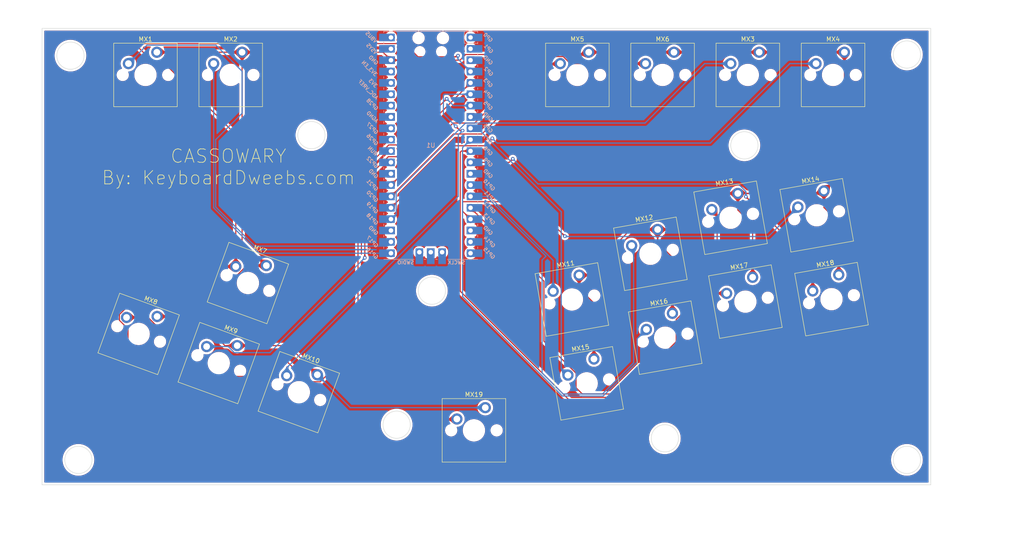
<source format=kicad_pcb>
(kicad_pcb (version 20211014) (generator pcbnew)
  (layers (0 "F.Cu" signal) (31 "B.Cu" signal) (34 "B.Paste" user) (35 "F.Paste" user) (36 "B.SilkS" user "B.Silkscreen") (37 "F.SilkS" user "F.Silkscreen") (38 "B.Mask" user) (39 "F.Mask" user) (44 "Edge.Cuts" user))
  (net 0 "")
  (net 1 "START")
  (net 2 "GND")
  (net 3 "SELECT")
  (net 4 "L3")
  (net 5 "R3")
  (net 6 "HOME")
  (net 7 "CAPTURE")
  (net 8 "UP")
  (net 9 "LEFT")
  (net 10 "DOWN")
  (net 11 "RIGHT")
  (net 12 "SQUARE")
  (net 13 "TRIANGLE")
  (net 14 "R1")
  (net 15 "L1")
  (net 16 "CROSS")
  (net 17 "CIRCLE")
  (net 18 "R2")
  (net 19 "L2")
  (footprint "Switch_Keyboard_Cherry_MX:SW_Cherry_MX_PCB_1.00u" (layer "F.Cu") (at 215.392 57.912)
    (fp_text reference "MX3")
    (fp_text value "MX-NoLED")
  )
  (footprint "Switch_Keyboard_Cherry_MX:SW_Cherry_MX_PCB_1.00u" (layer "F.Cu") (at 103.664628 104.460428 -20)
    (fp_text reference "MX7")
    (fp_text value "MX-NoLED")
  )
  (footprint "Switch_Keyboard_Cherry_MX:SW_Cherry_MX_PCB_1.00u" (layer "F.Cu") (at 97.149144 122.361572 -20)
    (fp_text reference "MX9")
    (fp_text value "MX-NoLED")
  )
  (footprint "Switch_Keyboard_Cherry_MX:SW_Cherry_MX_PCB_1.00u" (layer "F.Cu") (at 196.923889 116.68155 10)
    (fp_text reference "MX16")
    (fp_text value "MX-NoLED")
  )
  (footprint "Switch_Keyboard_Cherry_MX:SW_Cherry_MX_PCB_1.00u" (layer "F.Cu") (at 79.248 115.846088 -20)
    (fp_text reference "MX8")
    (fp_text value "MX-NoLED")
  )
  (footprint "Switch_Keyboard_Cherry_MX:SW_Cherry_MX_PCB_1.00u" (layer "F.Cu") (at 154.178 137.414)
    (fp_text reference "MX19")
    (fp_text value "MX-NoLED")
  )
  (footprint "Switch_Keyboard_Cherry_MX:SW_Cherry_MX_PCB_1.00u" (layer "F.Cu") (at 214.84645 108.62087 10)
    (fp_text reference "MX17")
    (fp_text value "MX-NoLED")
  )
  (footprint "Switch_Keyboard_Cherry_MX:SW_Cherry_MX_PCB_1.00u" (layer "F.Cu") (at 177.292 57.912)
    (fp_text reference "MX5")
    (fp_text value "MX-NoLED")
  )
  (footprint "Switch_Keyboard_Cherry_MX:SW_Cherry_MX_PCB_1.00u" (layer "F.Cu") (at 115.050289 128.877056 -20)
    (fp_text reference "MX10")
    (fp_text value "MX-NoLED")
  )
  (footprint "Switch_Keyboard_Cherry_MX:SW_Cherry_MX_PCB_1.00u" (layer "F.Cu") (at 230.784213 89.303837 10)
    (fp_text reference "MX14")
    (fp_text value "MX-NoLED")
  )
  (footprint "Switch_Keyboard_Cherry_MX:SW_Cherry_MX_PCB_1.00u" (layer "F.Cu") (at 179.382032 126.901319 10)
    (fp_text reference "MX15")
    (fp_text value "MX-NoLED")
  )
  (footprint "Switch_Keyboard_Cherry_MX:SW_Cherry_MX_PCB_1.00u" (layer "F.Cu") (at 234.442 57.912)
    (fp_text reference "MX4")
    (fp_text value "MX-NoLED")
  )
  (footprint "Switch_Keyboard_Cherry_MX:SW_Cherry_MX_PCB_1.00u" (layer "F.Cu") (at 193.615891 97.920962 10)
    (fp_text reference "MX12")
    (fp_text value "MX-NoLED")
  )
  (footprint "Switch_Keyboard_Cherry_MX:SW_Cherry_MX_PCB_1.00u" (layer "F.Cu") (at 196.342 57.912)
    (fp_text reference "MX6")
    (fp_text value "MX-NoLED")
  )
  (footprint "Switch_Keyboard_Cherry_MX:SW_Cherry_MX_PCB_1.00u" (layer "F.Cu") (at 99.822 57.912)
    (fp_text reference "MX2")
    (fp_text value "MX-NoLED")
  )
  (footprint "Switch_Keyboard_Cherry_MX:SW_Cherry_MX_PCB_1.00u" (layer "F.Cu") (at 80.772 57.912)
    (fp_text reference "MX1")
    (fp_text value "MX-NoLED")
  )
  (footprint "Switch_Keyboard_Cherry_MX:SW_Cherry_MX_PCB_1.00u" (layer "F.Cu") (at 211.538452 89.860282 10)
    (fp_text reference "MX13")
    (fp_text value "MX-NoLED")
  )
  (footprint "Switch_Keyboard_Cherry_MX:SW_Cherry_MX_PCB_1.00u" (layer "F.Cu") (at 176.074035 108.140731 10)
    (fp_text reference "MX11")
    (fp_text value "MX-NoLED")
  )
  (footprint "Switch_Keyboard_Cherry_MX:SW_Cherry_MX_PCB_1.00u" (layer "F.Cu") (at 234.092211 108.064426 10)
    (fp_text reference "MX18")
    (fp_text value "MX-NoLED")
  )
  (footprint "MCU_RaspberryPi_and_Boards:RPi_Pico_SMD_TH" (layer "B.Cu") (at 144.526 73.66 180)
    (fp_text reference "U1")
    (fp_text value "Pico")
  )
  (gr_circle (center 64.008 53.594) (end 64.008 56.642) (layer "Edge.Cuts") (width 0.1) (fill none))
  (gr_circle (center 144.78 106.172) (end 144.78 109.22) (layer "Edge.Cuts") (width 0.1) (fill none))
  (gr_circle (center 136.906 136.144) (end 136.906 139.192) (layer "Edge.Cuts") (width 0.1) (fill none))
  (gr_circle (center 196.85 139.192) (end 196.85 142.24) (layer "Edge.Cuts") (width 0.1) (fill none))
  (gr_circle (center 214.63 73.66) (end 214.63 76.708) (layer "Edge.Cuts") (width 0.1) (fill none))
  (gr_circle (center 250.952 53.34) (end 250.952 56.388) (layer "Edge.Cuts") (width 0.1) (fill none))
  (gr_circle (center 65.786 144.018) (end 65.786 147.066) (layer "Edge.Cuts") (width 0.1) (fill none))
  (gr_circle (center 117.856 71.374) (end 117.856 74.422) (layer "Edge.Cuts") (width 0.1) (fill none))
  (gr_rect (start 57.658 47.498) (end 256.286 149.606) (layer "Edge.Cuts") (width 0.1) (fill none))
  (gr_circle (center 250.952 144.018) (end 250.952 147.066) (layer "Edge.Cuts") (width 0.1) (fill none))
  (gr_text "CASSOWARY\nBy: KeyboardDweebs.com" (at 99.314 78.486) (layer "F.SilkS") (effects (font (size 3 3))))
  (segment (start 134.683859 96.202141) (end 135.636 95.25) (width 0.25) (layer "B.Cu") (net 1))
  (segment (start 76.962 55.372) (end 81.076511 51.257489) (width 0.25) (layer "B.Cu") (net 1))
  (segment (start 81.076511 51.257489) (end 96.52557 51.257489) (width 0.25) (layer "B.Cu") (net 1))
  (segment (start 102.362 66.48952) (end 96.46152 72.39) (width 0.25) (layer "B.Cu") (net 1))
  (segment (start 96.52557 51.257489) (end 102.362 57.093919) (width 0.25) (layer "B.Cu") (net 1))
  (segment (start 96.46152 87.443802) (end 105.219859 96.202141) (width 0.25) (layer "B.Cu") (net 1))
  (segment (start 105.219859 96.202141) (end 134.683859 96.202141) (width 0.25) (layer "B.Cu") (net 1))
  (segment (start 102.362 57.093919) (end 102.362 66.48952) (width 0.25) (layer "B.Cu") (net 1))
  (segment (start 96.46152 72.39) (end 96.46152 87.443802) (width 0.25) (layer "B.Cu") (net 1))
  (segment (start 179.324 53.34) (end 179.832 52.832) (width 0.25) (layer "F.Cu") (net 2))
  (segment (start 177.693314 105.642145) (end 181.001311 108.950142) (width 0.25) (layer "F.Cu") (net 2))
  (segment (start 213.157731 84.416392) (end 207.683608 84.416392) (width 0.25) (layer "F.Cu") (net 2))
  (segment (start 198.543168 98.730374) (end 198.543168 111.23766) (width 0.25) (layer "F.Cu") (net 2))
  (segment (start 195.23517 95.422376) (end 198.543168 98.730374) (width 0.25) (layer "F.Cu") (net 2))
  (segment (start 98.524641 118.456665) (end 101.273426 118.456665) (width 0.25) (layer "F.Cu") (net 2))
  (segment (start 135.636 54.61) (end 151.066978 54.61) (width 0.25) (layer "F.Cu") (net 2))
  (segment (start 232.403492 87.565035) (end 235.71149 90.873033) (width 0.25) (layer "F.Cu") (net 2))
  (segment (start 107.78891 100.555521) (end 103.394817 100.555521) (width 0.25) (layer "F.Cu") (net 2))
  (segment (start 177.693314 102.696841) (end 177.693314 105.642145) (width 0.25) (layer "F.Cu") (net 2))
  (segment (start 195.23517 92.477072) (end 195.23517 95.422376) (width 0.25) (layer "F.Cu") (net 2))
  (segment (start 133.858 52.832) (end 135.636 54.61) (width 0.25) (layer "F.Cu") (net 2))
  (segment (start 199.622928 92.477072) (end 195.23517 92.477072) (width 0.25) (layer "F.Cu") (net 2))
  (segment (start 152.336978 53.34) (end 179.324 53.34) (width 0.25) (layer "F.Cu") (net 2))
  (segment (start 216.465729 91.429478) (end 216.465729 103.17698) (width 0.25) (layer "F.Cu") (net 2))
  (segment (start 213.157731 88.12148) (end 216.465729 91.429478) (width 0.25) (layer "F.Cu") (net 2))
  (segment (start 235.71149 90.873033) (end 235.71149 102.620536) (width 0.25) (layer "F.Cu") (net 2))
  (segment (start 92.009157 111.941181) (end 83.372282 111.941181) (width 0.25) (layer "F.Cu") (net 2))
  (segment (start 181.001311 108.950142) (end 181.001311 121.457429) (width 0.25) (layer "F.Cu") (net 2))
  (segment (start 112.659087 118.456665) (end 119.174571 124.972149) (width 0.25) (layer "F.Cu") (net 2))
  (segment (start 103.394817 100.555521) (end 92.009157 111.941181) (width 0.25) (layer "F.Cu") (net 2))
  (segment (start 217.932 52.832) (end 236.982 52.832) (width 0.25) (layer "F.Cu") (net 2))
  (segment (start 236.982 79.281439) (end 232.403492 83.859947) (width 0.25) (layer "F.Cu") (net 2))
  (segment (start 236.982 52.832) (end 236.982 79.281439) (width 0.25) (layer "F.Cu") (net 2))
  (segment (start 102.362 52.832) (end 102.362 95.128611) (width 0.25) (layer "F.Cu") (net 2))
  (segment (start 185.166 100.584) (end 183.053159 102.696841) (width 0.25) (layer "F.Cu") (net 2))
  (segment (start 185.166 96.52) (end 185.166 100.584) (width 0.25) (layer "F.Cu") (net 2))
  (segment (start 195.23517 92.477072) (end 189.208928 92.477072) (width 0.25) (layer "F.Cu") (net 2))
  (segment (start 179.832 52.832) (end 198.882 52.832) (width 0.25) (layer "F.Cu") (net 2))
  (segment (start 102.362 95.128611) (end 107.78891 100.555521) (width 0.25) (layer "F.Cu") (net 2))
  (segment (start 92.009157 111.941181) (end 98.524641 118.456665) (width 0.25) (layer "F.Cu") (net 2))
  (segment (start 213.157731 84.416392) (end 231.847047 84.416392) (width 0.25) (layer "F.Cu") (net 2))
  (segment (start 232.403492 83.859947) (end 232.403492 87.565035) (width 0.25) (layer "F.Cu") (net 2))
  (segment (start 151.066978 54.61) (end 152.336978 53.34) (width 0.25) (layer "F.Cu") (net 2))
  (segment (start 183.053159 102.696841) (end 177.693314 102.696841) (width 0.25) (layer "F.Cu") (net 2))
  (segment (start 101.273426 118.456665) (end 112.659087 118.456665) (width 0.25) (layer "F.Cu") (net 2))
  (segment (start 189.208928 92.477072) (end 185.166 96.52) (width 0.25) (layer "F.Cu") (net 2))
  (segment (start 207.683608 84.416392) (end 199.622928 92.477072) (width 0.25) (layer "F.Cu") (net 2))
  (segment (start 102.362 52.832) (end 133.858 52.832) (width 0.25) (layer "F.Cu") (net 2))
  (segment (start 231.847047 84.416392) (end 232.403492 83.859947) (width 0.25) (layer "F.Cu") (net 2))
  (segment (start 198.882 52.832) (end 217.932 52.832) (width 0.25) (layer "F.Cu") (net 2))
  (segment (start 213.157731 84.416392) (end 213.157731 88.12148) (width 0.25) (layer "F.Cu") (net 2))
  (segment (start 83.312 52.832) (end 102.362 52.832) (width 0.25) (layer "F.Cu") (net 2))
  (segment (start 126.536422 132.334) (end 119.174571 124.972149) (width 0.25) (layer "B.Cu") (net 2))
  (segment (start 156.718 132.334) (end 126.536422 132.334) (width 0.25) (layer "B.Cu") (net 2))
  (segment (start 106.172 97.79) (end 135.636 97.79) (width 0.25) (layer "B.Cu") (net 3))
  (segment (start 96.012 55.372) (end 96.012 87.63) (width 0.25) (layer "B.Cu") (net 3))
  (segment (start 96.012 87.63) (end 106.172 97.79) (width 0.25) (layer "B.Cu") (net 3))
  (segment (start 211.582 55.372) (end 205.729091 55.372) (width 0.25) (layer "B.Cu") (net 4))
  (segment (start 136.810511 84.169489) (end 136.810511 88.995489) (width 0.25) (layer "B.Cu") (net 4))
  (segment (start 152.304511 68.675489) (end 136.810511 84.169489) (width 0.25) (layer "B.Cu") (net 4))
  (segment (start 205.729091 55.372) (end 192.425602 68.675489) (width 0.25) (layer "B.Cu") (net 4))
  (segment (start 192.425602 68.675489) (end 152.304511 68.675489) (width 0.25) (layer "B.Cu") (net 4))
  (segment (start 136.810511 88.995489) (end 135.636 90.17) (width 0.25) (layer "B.Cu") (net 4))
  (segment (start 149.510511 73.755489) (end 135.636 87.63) (width 0.25) (layer "F.Cu") (net 5))
  (segment (start 156.622511 73.755489) (end 149.510511 73.755489) (width 0.25) (layer "F.Cu") (net 5))
  (segment (start 158.28881 72.08919) (end 156.622511 73.755489) (width 0.25) (layer "F.Cu") (net 5))
  (via (at 158.28881 72.08919) (size 0.8) (drill 0.4) (layers "F.Cu" "B.Cu") (net 5))
  (segment (start 224.779091 55.372) (end 206.999091 73.152) (width 0.25) (layer "B.Cu") (net 5))
  (segment (start 206.999091 73.152) (end 159.512 73.152) (width 0.25) (layer "B.Cu") (net 5))
  (segment (start 159.35162 73.152) (end 158.28881 72.08919) (width 0.25) (layer "B.Cu") (net 5))
  (segment (start 230.632 55.372) (end 224.779091 55.372) (width 0.25) (layer "B.Cu") (net 5))
  (segment (start 159.512 73.152) (end 159.35162 73.152) (width 0.25) (layer "B.Cu") (net 5))
  (segment (start 171.714234 55.372) (end 155.966234 71.12) (width 0.25) (layer "F.Cu") (net 6))
  (segment (start 173.482 55.372) (end 171.714234 55.372) (width 0.25) (layer "F.Cu") (net 6))
  (segment (start 155.966234 71.12) (end 149.606 71.12) (width 0.25) (layer "F.Cu") (net 6))
  (segment (start 149.606 71.12) (end 135.636 85.09) (width 0.25) (layer "F.Cu") (net 6))
  (segment (start 174.134185 53.797489) (end 169.214511 53.797489) (width 0.25) (layer "F.Cu") (net 7))
  (segment (start 169.214511 53.797489) (end 154.336511 68.675489) (width 0.25) (layer "F.Cu") (net 7))
  (segment (start 192.532 55.372) (end 175.708696 55.372) (width 0.25) (layer "F.Cu") (net 7))
  (segment (start 154.336511 68.675489) (end 149.510511 68.675489) (width 0.25) (layer "F.Cu") (net 7))
  (segment (start 175.708696 55.372) (end 174.134185 53.797489) (width 0.25) (layer "F.Cu") (net 7))
  (segment (start 149.510511 68.675489) (end 135.636 82.55) (width 0.25) (layer "F.Cu") (net 7))
  (segment (start 80.168511 50.895489) (end 138.716175 50.895489) (width 0.25) (layer "F.Cu") (net 8))
  (segment (start 96.774 126.238) (end 102.400039 131.864039) (width 0.25) (layer "F.Cu") (net 8))
  (segment (start 84.825091 55.118) (end 82.55 55.118) (width 0.25) (layer "F.Cu") (net 8))
  (segment (start 76.873479 117.767479) (end 85.344 126.238) (width 0.25) (layer "F.Cu") (net 8))
  (segment (start 141.996234 141.478) (end 148.600234 134.874) (width 0.25) (layer "F.Cu") (net 8))
  (segment (start 127.254 141.478) (end 141.996234 141.478) (width 0.25) (layer "F.Cu") (net 8))
  (segment (start 100.95313 100.770512) (end 100.95313 71.246039) (width 0.25) (layer "F.Cu") (net 8))
  (segment (start 148.600234 134.874) (end 150.368 134.874) (width 0.25) (layer "F.Cu") (net 8))
  (segment (start 102.400039 131.864039) (end 117.640039 131.864039) (width 0.25) (layer "F.Cu") (net 8))
  (segment (start 141.668686 53.848) (end 150.368 53.848) (width 0.25) (layer "F.Cu") (net 8))
  (segment (start 117.640039 131.864039) (end 127.254 141.478) (width 0.25) (layer "F.Cu") (net 8))
  (segment (start 76.873479 114.719845) (end 76.873479 117.767479) (width 0.25) (layer "F.Cu") (net 8))
  (segment (start 138.716175 50.895489) (end 141.668686 53.848) (width 0.25) (layer "F.Cu") (net 8))
  (segment (start 85.344 126.238) (end 96.774 126.238) (width 0.25) (layer "F.Cu") (net 8))
  (segment (start 79.248 51.816) (end 80.168511 50.895489) (width 0.25) (layer "F.Cu") (net 8))
  (segment (start 100.95313 100.770512) (end 85.695466 100.770512) (width 0.25) (layer "F.Cu") (net 8))
  (segment (start 100.95313 71.246039) (end 84.825091 55.118) (width 0.25) (layer "F.Cu") (net 8))
  (segment (start 74.961991 111.503987) (end 74.961991 112.808357) (width 0.25) (layer "F.Cu") (net 8))
  (segment (start 150.368 53.848) (end 150.622 53.594) (width 0.25) (layer "F.Cu") (net 8))
  (segment (start 85.695466 100.770512) (end 74.961991 111.503987) (width 0.25) (layer "F.Cu") (net 8))
  (segment (start 82.55 55.118) (end 79.248 51.816) (width 0.25) (layer "F.Cu") (net 8))
  (segment (start 74.961991 112.808357) (end 76.873479 114.719845) (width 0.25) (layer "F.Cu") (net 8))
  (via (at 150.622 53.594) (size 0.8) (drill 0.4) (layers "F.Cu" "B.Cu") (net 8))
  (segment (start 150.622 53.594) (end 150.622 54.356) (width 0.25) (layer "B.Cu") (net 8))
  (segment (start 150.622 54.356) (end 153.416 57.15) (width 0.25) (layer "B.Cu") (net 8))
  (segment (start 135.149501 73.564511) (end 137.763489 73.564511) (width 0.25) (layer "F.Cu") (net 9))
  (segment (start 128.27 80.444012) (end 135.149501 73.564511) (width 0.25) (layer "F.Cu") (net 9))
  (segment (start 76.536502 112.156172) (end 81.360577 112.156172) (width 0.25) (layer "F.Cu") (net 9))
  (segment (start 137.763489 73.564511) (end 148.082 63.246) (width 0.25) (layer "F.Cu") (net 9))
  (segment (start 94.55296 125.348555) (end 109.212475 125.348555) (width 0.25) (layer "F.Cu") (net 9))
  (segment (start 119.826756 126.54666) (end 128.27 118.103416) (width 0.25) (layer "F.Cu") (net 9))
  (segment (start 128.27 118.103416) (end 128.27 80.444012) (width 0.25) (layer "F.Cu") (net 9))
  (segment (start 81.360577 112.156172) (end 94.55296 125.348555) (width 0.25) (layer "F.Cu") (net 9))
  (segment (start 116.931408 126.54666) (end 119.826756 126.54666) (width 0.25) (layer "F.Cu") (net 9))
  (segment (start 109.212475 125.348555) (end 112.472889 122.088141) (width 0.25) (layer "F.Cu") (net 9))
  (segment (start 112.472889 122.088141) (end 116.931408 126.54666) (width 0.25) (layer "F.Cu") (net 9))
  (via (at 148.082 63.246) (size 0.8) (drill 0.4) (layers "F.Cu" "B.Cu") (net 9))
  (segment (start 148.082 63.246) (end 149.606 64.77) (width 0.25) (layer "B.Cu") (net 9))
  (segment (start 149.606 64.77) (end 153.416 64.77) (width 0.25) (layer "B.Cu") (net 9))
  (segment (start 136.906 76.2) (end 153.416 59.69) (width 0.25) (layer "F.Cu") (net 10))
  (segment (start 129.794 98.806) (end 129.794 81.460012) (width 0.25) (layer "F.Cu") (net 10))
  (segment (start 135.054012 76.2) (end 136.906 76.2) (width 0.25) (layer "F.Cu") (net 10))
  (segment (start 129.794 81.460012) (end 135.054012 76.2) (width 0.25) (layer "F.Cu") (net 10))
  (via (at 129.794 98.806) (size 0.8) (drill 0.4) (layers "F.Cu" "B.Cu") (net 10))
  (segment (start 94.437646 118.671656) (end 99.261721 118.671656) (width 0.25) (layer "B.Cu") (net 10))
  (segment (start 108.568824 120.031176) (end 129.794 98.806) (width 0.25) (layer "B.Cu") (net 10))
  (segment (start 100.621241 120.031176) (end 108.568824 120.031176) (width 0.25) (layer "B.Cu") (net 10))
  (segment (start 99.261721 118.671656) (end 100.621241 120.031176) (width 0.25) (layer "B.Cu") (net 10))
  (segment (start 151.07631 70.362299) (end 150.114 69.399989) (width 0.25) (layer "F.Cu") (net 11))
  (segment (start 151.642299 70.362299) (end 151.07631 70.362299) (width 0.25) (layer "F.Cu") (net 11))
  (via (at 150.114 69.399989) (size 0.8) (drill 0.4) (layers "F.Cu" "B.Cu") (net 11))
  (via (at 151.642299 70.362299) (size 0.8) (drill 0.4) (layers "F.Cu" "B.Cu") (net 11))
  (segment (start 112.338791 123.419374) (end 150.685859 85.072306) (width 0.25) (layer "B.Cu") (net 11))
  (segment (start 112.338791 125.18714) (end 112.338791 123.419374) (width 0.25) (layer "B.Cu") (net 11))
  (segment (start 150.685859 71.318739) (end 151.642299 70.362299) (width 0.25) (layer "B.Cu") (net 11))
  (segment (start 147.357489 62.446511) (end 147.574 62.23) (width 0.25) (layer "B.Cu") (net 11))
  (segment (start 147.357489 66.643478) (end 147.357489 62.446511) (width 0.25) (layer "B.Cu") (net 11))
  (segment (start 150.114 69.399989) (end 147.357489 66.643478) (width 0.25) (layer "B.Cu") (net 11))
  (segment (start 150.685859 85.072306) (end 150.685859 71.318739) (width 0.25) (layer "B.Cu") (net 11))
  (segment (start 147.574 62.23) (end 153.416 62.23) (width 0.25) (layer "B.Cu") (net 11))
  (segment (start 171.880851 106.300919) (end 171.880851 99.405829) (width 0.25) (layer "B.Cu") (net 12))
  (segment (start 171.880851 99.405829) (end 155.025022 82.55) (width 0.25) (layer "B.Cu") (net 12))
  (segment (start 155.025022 82.55) (end 153.416 82.55) (width 0.25) (layer "B.Cu") (net 12))
  (segment (start 170.285652 98.446348) (end 156.929304 85.09) (width 0.25) (layer "B.Cu") (net 13))
  (segment (start 174.114666 129.286) (end 169.418 124.589334) (width 0.25) (layer "B.Cu") (net 13))
  (segment (start 182.885132 129.286) (end 174.114666 129.286) (width 0.25) (layer "B.Cu") (net 13))
  (segment (start 189.862589 96.521032) (end 189.862589 122.308543) (width 0.25) (layer "B.Cu") (net 13))
  (segment (start 156.929304 85.09) (end 153.416 85.09) (width 0.25) (layer "B.Cu") (net 13))
  (segment (start 189.422707 96.08115) (end 189.862589 96.521032) (width 0.25) (layer "B.Cu") (net 13))
  (segment (start 189.862589 122.308543) (end 182.885132 129.286) (width 0.25) (layer "B.Cu") (net 13))
  (segment (start 169.418 99.314) (end 170.285652 98.446348) (width 0.25) (layer "B.Cu") (net 13))
  (segment (start 169.418 124.589334) (end 169.418 99.314) (width 0.25) (layer "B.Cu") (net 13))
  (segment (start 177.007511 124.653474) (end 177.007511 127.884879) (width 0.25) (layer "F.Cu") (net 14))
  (segment (start 199.39 117.57352) (end 199.39 112.617524) (width 0.25) (layer "F.Cu") (net 14))
  (segment (start 178.398472 129.27584) (end 184.92216 129.27584) (width 0.25) (layer "F.Cu") (net 14))
  (segment (start 199.39 112.617524) (end 208.534 103.473524) (width 0.25) (layer "F.Cu") (net 14))
  (segment (start 153.416 87.63) (end 169.821691 104.035691) (width 0.25) (layer "F.Cu") (net 14))
  (segment (start 191.262 122.936) (end 194.02752 122.936) (width 0.25) (layer "F.Cu") (net 14))
  (segment (start 169.821691 117.467654) (end 177.007511 124.653474) (width 0.25) (layer "F.Cu") (net 14))
  (segment (start 177.007511 127.884879) (end 178.398472 129.27584) (width 0.25) (layer "F.Cu") (net 14))
  (segment (start 208.534 89.209202) (end 207.345268 88.02047) (width 0.25) (layer "F.Cu") (net 14))
  (segment (start 169.821691 104.035691) (end 169.821691 117.467654) (width 0.25) (layer "F.Cu") (net 14))
  (segment (start 194.02752 122.936) (end 199.39 117.57352) (width 0.25) (layer "F.Cu") (net 14))
  (segment (start 184.92216 129.27584) (end 191.262 122.936) (width 0.25) (layer "F.Cu") (net 14))
  (segment (start 208.534 103.473524) (end 208.534 89.209202) (width 0.25) (layer "F.Cu") (net 14))
  (segment (start 151.733489 86.264511) (end 151.638 86.36) (width 0.25) (layer "F.Cu") (net 15))
  (segment (start 151.638 88.392) (end 153.416 90.17) (width 0.25) (layer "F.Cu") (net 15))
  (segment (start 151.638 86.36) (end 151.638 88.392) (width 0.25) (layer "F.Cu") (net 15))
  (segment (start 166.782511 86.264511) (end 151.733489 86.264511) (width 0.25) (layer "F.Cu") (net 15))
  (segment (start 174.498 93.98) (end 166.782511 86.264511) (width 0.25) (layer "F.Cu") (net 15))
  (via (at 174.498 93.98) (size 0.8) (drill 0.4) (layers "F.Cu" "B.Cu") (net 15))
  (segment (start 220.003471 94.051583) (end 174.569583 94.051583) (width 0.25) (layer "B.Cu") (net 15))
  (segment (start 226.591029 87.464025) (end 220.003471 94.051583) (width 0.25) (layer "B.Cu") (net 15))
  (segment (start 174.569583 94.051583) (end 174.498 93.98) (width 0.25) (layer "B.Cu") (net 15))
  (segment (start 173.699514 123.572173) (end 173.699514 88.524492) (width 0.25) (layer "B.Cu") (net 16))
  (segment (start 173.699514 88.524492) (end 155.025022 69.85) (width 0.25) (layer "B.Cu") (net 16))
  (segment (start 155.025022 69.85) (end 153.416 69.85) (width 0.25) (layer "B.Cu") (net 16))
  (segment (start 175.188848 125.061507) (end 173.699514 123.572173) (width 0.25) (layer "B.Cu") (net 16))
  (segment (start 192.730705 114.841738) (end 190.671545 116.900898) (width 0.25) (layer "B.Cu") (net 17))
  (segment (start 190.671545 116.900898) (end 190.671545 122.135304) (width 0.25) (layer "B.Cu") (net 17))
  (segment (start 183.071329 129.73552) (end 173.928469 129.73552) (width 0.25) (layer "B.Cu") (net 17))
  (segment (start 151.638 107.445051) (end 151.638 74.168) (width 0.25) (layer "B.Cu") (net 17))
  (segment (start 151.638 74.168) (end 153.416 72.39) (width 0.25) (layer "B.Cu") (net 17))
  (segment (start 173.928469 129.73552) (end 151.638 107.445051) (width 0.25) (layer "B.Cu") (net 17))
  (segment (start 190.671545 122.135304) (end 183.071329 129.73552) (width 0.25) (layer "B.Cu") (net 17))
  (segment (start 151.13 106.301334) (end 151.13 75.184) (width 0.25) (layer "F.Cu") (net 18))
  (segment (start 151.384 74.93) (end 153.416 74.93) (width 0.25) (layer "F.Cu") (net 18))
  (segment (start 208.686942 106.781058) (end 199.83952 115.62848) (width 0.25) (layer "F.Cu") (net 18))
  (segment (start 184.15 130.683718) (end 184.15 130.81) (width 0.25) (layer "F.Cu") (net 18))
  (segment (start 199.83952 117.91448) (end 193.992141 123.761859) (width 0.25) (layer "F.Cu") (net 18))
  (segment (start 193.992141 123.761859) (end 191.071859 123.761859) (width 0.25) (layer "F.Cu") (net 18))
  (segment (start 210.653266 106.781058) (end 208.686942 106.781058) (width 0.25) (layer "F.Cu") (net 18))
  (segment (start 184.15 130.81) (end 175.638666 130.81) (width 0.25) (layer "F.Cu") (net 18))
  (segment (start 199.83952 115.62848) (end 199.83952 117.91448) (width 0.25) (layer "F.Cu") (net 18))
  (segment (start 191.071859 123.761859) (end 184.15 130.683718) (width 0.25) (layer "F.Cu") (net 18))
  (segment (start 175.638666 130.81) (end 151.13 106.301334) (width 0.25) (layer "F.Cu") (net 18))
  (segment (start 151.13 75.184) (end 151.384 74.93) (width 0.25) (layer "F.Cu") (net 18))
  (segment (start 162.052 77.47) (end 153.416 77.47) (width 0.25) (layer "F.Cu") (net 19))
  (segment (start 229.899027 106.224614) (end 229.899027 100.092372) (width 0.25) (layer "F.Cu") (net 19))
  (segment (start 162.86081 76.66119) (end 162.052 77.47) (width 0.25) (layer "F.Cu") (net 19))
  (segment (start 229.899027 100.092372) (end 214.947547 85.140892) (width 0.25) (layer "F.Cu") (net 19))
  (via (at 214.947547 85.140892) (size 0.8) (drill 0.4) (layers "F.Cu" "B.Cu") (net 19))
  (via (at 162.86081 76.66119) (size 0.8) (drill 0.4) (layers "F.Cu" "B.Cu") (net 19))
  (segment (start 214.947547 85.140892) (end 214.947547 83.979512) (width 0.25) (layer "B.Cu") (net 19))
  (segment (start 213.264035 82.296) (end 208.28 82.296) (width 0.25) (layer "B.Cu") (net 19))
  (segment (start 168.49562 82.296) (end 162.86081 76.66119) (width 0.25) (layer "B.Cu") (net 19))
  (segment (start 214.947547 83.979512) (end 213.264035 82.296) (width 0.25) (layer "B.Cu") (net 19))
  (segment (start 208.28 82.296) (end 168.49562 82.296) (width 0.25) (layer "B.Cu") (net 19))
  (zone (net 2) (net_name "GND") (layer "F.Cu") (priority 16962) (connect_pads yes (clearance 0)) (min_thickness 0.0254) (fill yes (thermal_gap 0.508) (thermal_bridge_width 0.508))
    (polygon (pts (xy 177.434 53.465) (xy 177.76651 53.48125) (xy 178.042499 53.525516) (xy 178.275077 53.591075) (xy 178.477355 53.6712) (xy 178.662446 53.759167) (xy 178.843461 53.848251) (xy 179.03351 53.931728) (xy 179.245706 54.002871) (xy 179.49316 54.054956) (xy 179.788984 54.081259) (xy 180.403542 52.579088) (xy 178.878499 52.023709) (xy 178.73257 52.211315) (xy 178.611512 52.391356) (xy 178.506122 52.560963) (xy 178.407195 52.717265) (xy 178.305529 52.857394) (xy 178.19192 52.97848) (xy 178.057166 53.077653) (xy 177.892064 53.152044) (xy 177.687409 53.198782) (xy 177.434 53.215)))
  )
  (zone (net 0) (net_name "") (layers F&B.Cu) (connect_pads (clearance 0.508)) (min_thickness 0.254) (fill yes (thermal_gap 0.508) (thermal_bridge_width 0.508))
    (polygon (pts (xy 267.208 41.402) (xy 277.114 160.528) (xy 49.784 164.592) (xy 48.26 41.656) (xy 48.514 41.148)))
  )
  (zone (net 2) (net_name "GND") (layer "F.Cu") (priority 16962) (connect_pads yes (clearance 0)) (min_thickness 0.0254) (fill yes (thermal_gap 0.508) (thermal_bridge_width 0.508))
    (polygon (pts (xy 215.442 52.957) (xy 215.738579 52.973559) (xy 215.980238 53.020323) (xy 216.179065 53.092918) (xy 216.347151 53.186971) (xy 216.496586 53.298108) (xy 216.639459 53.421956) (xy 216.787861 53.554143) (xy 216.953882 53.690294) (xy 217.14961 53.826038) (xy 217.387138 53.957) (xy 218.557 52.832) (xy 217.387138 51.707) (xy 217.14961 51.837961) (xy 216.953882 51.973705) (xy 216.787861 52.109856) (xy 216.639459 52.242043) (xy 216.496586 52.365891) (xy 216.347151 52.477028) (xy 216.179065 52.571081) (xy 215.980238 52.643676) (xy 215.738579 52.69044) (xy 215.442 52.707)))
  )
  (zone (net 2) (net_name "GND") (layer "F.Cu") (priority 16962) (connect_pads yes (clearance 0)) (min_thickness 0.0254) (fill yes (thermal_gap 0.508) (thermal_bridge_width 0.508))
    (polygon (pts (xy 137.326 54.485) (xy 137.126601 54.474697) (xy 136.963127 54.445526) (xy 136.827726 54.400085) (xy 136.712548 54.340978) (xy 136.609741 54.270804) (xy 136.511455 54.192167) (xy 136.40984 54.107666) (xy 136.297043 54.019904) (xy 136.165216 53.931481) (xy 136.006506 53.845) (xy 135.211 54.61) (xy 136.006506 55.375) (xy 136.165216 55.288518) (xy 136.297043 55.200095) (xy 136.40984 55.112333) (xy 136.511455 55.027832) (xy 136.609741 54.949195) (xy 136.712548 54.879021) (xy 136.827726 54.819914) (xy 136.963127 54.774473) (xy 137.126601 54.745302) (xy 137.326 54.735)))
  )
  (zone (net 2) (net_name "GND") (layer "F.Cu") (priority 16962) (connect_pads yes (clearance 0)) (min_thickness 0.0254) (fill yes (thermal_gap 0.508) (thermal_bridge_width 0.508))
    (polygon (pts (xy 215.647731 84.291392) (xy 215.351151 84.274832) (xy 215.109492 84.228068) (xy 214.910665 84.155473) (xy 214.742579 84.06142) (xy 214.593144 83.950283) (xy 214.450271 83.826435) (xy 214.301869 83.694248) (xy 214.135848 83.558097) (xy 213.94012 83.422353) (xy 213.702593 83.291392) (xy 212.532731 84.416392) (xy 213.702593 85.541392) (xy 213.94012 85.41043) (xy 214.135848 85.274686) (xy 214.301869 85.138535) (xy 214.450271 85.006348) (xy 214.593144 84.8825) (xy 214.742579 84.771363) (xy 214.910665 84.67731) (xy 215.109492 84.604715) (xy 215.351151 84.557951) (xy 215.647731 84.541392)))
  )
  (zone (net 2) (net_name "GND") (layer "F.Cu") (priority 16962) (connect_pads yes (clearance 0)) (min_thickness 0.0254) (fill yes (thermal_gap 0.508) (thermal_bridge_width 0.508))
    (polygon (pts (xy 195.36017 94.967072) (xy 195.376729 94.670492) (xy 195.423493 94.428833) (xy 195.496088 94.230006) (xy 195.590141 94.06192) (xy 195.701278 93.912485) (xy 195.825126 93.769612) (xy 195.957313 93.62121) (xy 196.093464 93.455189) (xy 196.229208 93.259461) (xy 196.36017 93.021934) (xy 195.23517 91.852072) (xy 194.11017 93.021934) (xy 194.241131 93.259461) (xy 194.376875 93.455189) (xy 194.513026 93.62121) (xy 194.645213 93.769612) (xy 194.769061 93.912485) (xy 194.880198 94.06192) (xy 194.974251 94.230006) (xy 195.046846 94.428833) (xy 195.09361 94.670492) (xy 195.11017 94.967072)))
  )
  (zone (net 11) (net_name "RIGHT") (layer "F.Cu") (priority 16962) (connect_pads yes (clearance 0)) (min_thickness 0.0254) (fill yes (thermal_gap 0.508) (thermal_bridge_width 0.508))
    (polygon (pts (xy 150.761002 69.870214) (xy 150.699346 69.803938) (xy 150.652415 69.743726) (xy 150.617583 69.687813) (xy 150.592222 69.634438) (xy 150.573706 69.581835) (xy 150.559407 69.528243) (xy 150.546699 69.471899) (xy 150.532953 69.411039) (xy 150.515545 69.3439) (xy 150.491846 69.268719) (xy 149.972579 69.258568) (xy 149.98273 69.777835) (xy 150.057911 69.801534) (xy 150.12505 69.818942) (xy 150.18591 69.832688) (xy 150.242254 69.845396) (xy 150.295846 69.859695) (xy 150.348449 69.878211) (xy 150.401824 69.903572) (xy 150.457737 69.938404) (xy 150.517949 69.985335) (xy 150.584225 70.046991)))
  )
  (zone (net 14) (net_name "R1") (layer "F.Cu") (priority 16962) (connect_pads yes (clearance 0)) (min_thickness 0.0254) (fill yes (thermal_gap 0.508) (thermal_bridge_width 0.508))
    (polygon (pts (xy 154.699398 88.736621) (xy 154.565686 88.58834) (xy 154.470721 88.452119) (xy 154.407109 88.324245) (xy 154.367461 88.201006) (xy 154.344386 88.078691) (xy 154.330492 87.953588) (xy 154.31839 87.821984) (xy 154.300689 87.680167) (xy 154.269997 87.524427) (xy 154.218924 87.351051) (xy 153.11548 87.32948) (xy 153.137051 88.432924) (xy 153.310427 88.483997) (xy 153.466167 88.514689) (xy 153.607984 88.53239) (xy 153.739588 88.544492) (xy 153.864691 88.558386) (xy 153.987006 88.581461) (xy 154.110245 88.621109) (xy 154.238119 88.684721) (xy 154.37434 88.779686) (xy 154.522621 88.913398)))
  )
  (zone (net 10) (net_name "DOWN") (layer "F.Cu") (priority 16962) (connect_pads yes (clearance 0)) (min_thickness 0.0254) (fill yes (thermal_gap 0.508) (thermal_bridge_width 0.508))
    (polygon (pts (xy 152.309379 60.973398) (xy 152.457659 60.839686) (xy 152.59388 60.744721) (xy 152.721754 60.681109) (xy 152.844993 60.641461) (xy 152.967308 60.618386) (xy 153.092411 60.604492) (xy 153.224015 60.59239) (xy 153.365832 60.574689) (xy 153.521572 60.543997) (xy 153.694949 60.492924) (xy 153.71652 59.38948) (xy 152.613076 59.411051) (xy 152.562002 59.584427) (xy 152.53131 59.740167) (xy 152.513609 59.881984) (xy 152.501507 60.013588) (xy 152.487613 60.138691) (xy 152.464538 60.261006) (xy 152.42489 60.384245) (xy 152.361278 60.512119) (xy 152.266313 60.64834) (xy 152.132602 60.796621)))
  )
  (zone (net 2) (net_name "GND") (layer "F.Cu") (priority 16962) (connect_pads yes (clearance 0)) (min_thickness 0.0254) (fill yes (thermal_gap 0.508) (thermal_bridge_width 0.508))
    (polygon (pts (xy 232.528492 86.349947) (xy 232.545051 86.053367) (xy 232.591815 85.811708) (xy 232.66441 85.612881) (xy 232.758463 85.444795) (xy 232.8696 85.29536) (xy 232.993448 85.152487) (xy 233.125635 85.004085) (xy 233.261786 84.838064) (xy 233.39753 84.642336) (xy 233.528492 84.404809) (xy 232.403492 83.234947) (xy 231.278492 84.404809) (xy 231.409453 84.642336) (xy 231.545197 84.838064) (xy 231.681348 85.004085) (xy 231.813535 85.152487) (xy 231.937383 85.29536) (xy 232.04852 85.444795) (xy 232.142573 85.612881) (xy 232.215168 85.811708) (xy 232.261932 86.053367) (xy 232.278492 86.349947)))
  )
  (zone (net 5) (net_name "R3") (layer "F.Cu") (priority 16962) (connect_pads yes (clearance 0)) (min_thickness 0.0254) (fill yes (thermal_gap 0.508) (thermal_bridge_width 0.508))
    (polygon (pts (xy 136.742621 86.346602) (xy 136.59434 86.480313) (xy 136.458119 86.575278) (xy 136.330245 86.63889) (xy 136.207006 86.678538) (xy 136.084691 86.701613) (xy 135.959588 86.715507) (xy 135.827984 86.727609) (xy 135.686167 86.74531) (xy 135.530427 86.776002) (xy 135.357051 86.827076) (xy 135.33548 87.93052) (xy 136.438924 87.908949) (xy 136.489997 87.735572) (xy 136.520689 87.579832) (xy 136.53839 87.438015) (xy 136.550492 87.306411) (xy 136.564386 87.181308) (xy 136.587461 87.058993) (xy 136.627109 86.935754) (xy 136.690721 86.80788) (xy 136.785686 86.671659) (xy 136.919398 86.523379)))
  )
  (zone (net 2) (net_name "GND") (layer "F.Cu") (priority 16962) (connect_pads yes (clearance 0)) (min_thickness 0.0254) (fill yes (thermal_gap 0.508) (thermal_bridge_width 0.508))
    (polygon (pts (xy 230.027047 84.541392) (xy 230.361151 84.557311) (xy 230.639094 84.600521) (xy 230.873898 84.664199) (xy 231.078584 84.741523) (xy 231.266176 84.825669) (xy 231.449695 84.909814) (xy 231.642163 84.987138) (xy 231.856604 85.050816) (xy 232.106039 85.094026) (xy 232.403492 85.109946) (xy 232.963851 83.583139) (xy 231.416728 83.092617) (xy 231.280918 83.282652) (xy 231.168019 83.46455) (xy 231.069174 83.635516) (xy 230.975531 83.792754) (xy 230.878234 83.93347) (xy 230.768429 84.054869) (xy 230.637262 84.154155) (xy 230.475879 84.228534) (xy 230.275425 84.275211) (xy 230.027047 84.291392)))
  )
  (zone (net 18) (net_name "R2") (layer "F.Cu") (priority 16962) (connect_pads yes (clearance 0)) (min_thickness 0.0254) (fill yes (thermal_gap 0.508) (thermal_bridge_width 0.508))
    (polygon (pts (xy 208.397965 107.246812) (xy 208.583546 107.098195) (xy 208.754328 107.032413) (xy 208.914647 107.036281) (xy 209.068844 107.096614) (xy 209.221256 107.200229) (xy 209.376223 107.333939) (xy 209.538082 107.484562) (xy 209.711173 107.638912) (xy 209.899834 107.783806) (xy 210.108404 107.906058) (xy 211.278266 106.781058) (xy 209.769383 105.897175) (xy 209.596246 106.059802) (xy 209.439899 106.187623) (xy 209.295571 106.289913) (xy 209.158494 106.375945) (xy 209.023898 106.454992) (xy 208.887012 106.536328) (xy 208.743068 106.629226) (xy 208.587296 106.742961) (xy 208.414925 106.886806) (xy 208.221188 107.070035)))
  )
  (zone (net 2) (net_name "GND") (layer "F.Cu") (priority 16962) (connect_pads yes (clearance 0)) (min_thickness 0.0254) (fill yes (thermal_gap 0.508) (thermal_bridge_width 0.508))
    (polygon (pts (xy 99.872 52.957) (xy 100.168579 52.973559) (xy 100.410238 53.020323) (xy 100.609065 53.092918) (xy 100.777151 53.186971) (xy 100.926586 53.298108) (xy 101.069459 53.421956) (xy 101.217861 53.554143) (xy 101.383882 53.690294) (xy 101.57961 53.826038) (xy 101.817138 53.957) (xy 102.987 52.832) (xy 101.817138 51.707) (xy 101.57961 51.837961) (xy 101.383882 51.973705) (xy 101.217861 52.109856) (xy 101.069459 52.242043) (xy 100.926586 52.365891) (xy 100.777151 52.477028) (xy 100.609065 52.571081) (xy 100.410238 52.643676) (xy 100.168579 52.69044) (xy 99.872 52.707)))
  )
  (zone (net 19) (net_name "L2") (layer "F.Cu") (priority 16962) (connect_pads yes (clearance 0)) (min_thickness 0.0254) (fill yes (thermal_gap 0.508) (thermal_bridge_width 0.508))
    (polygon (pts (xy 162.390585 77.308192) (xy 162.45686 77.246536) (xy 162.517072 77.199605) (xy 162.572985 77.164773) (xy 162.62636 77.139412) (xy 162.678963 77.120896) (xy 162.732555 77.106597) (xy 162.788899 77.093889) (xy 162.849759 77.080143) (xy 162.916898 77.062735) (xy 162.99208 77.039036) (xy 163.002231 76.519769) (xy 162.482964 76.52992) (xy 162.459264 76.605101) (xy 162.441856 76.67224) (xy 162.42811 76.7331) (xy 162.415402 76.789444) (xy 162.401103 76.843036) (xy 162.382587 76.895639) (xy 162.357226 76.949014) (xy 162.322394 77.004927) (xy 162.275463 77.065139) (xy 162.213808 77.131415)))
  )
  (zone (net 2) (net_name "GND") (layer "F.Cu") (priority 16962) (connect_pads yes (clearance 0)) (min_thickness 0.0254) (fill yes (thermal_gap 0.508) (thermal_bridge_width 0.508))
    (polygon (pts (xy 235.58649 100.130536) (xy 235.56993 100.427115) (xy 235.523166 100.668774) (xy 235.450571 100.867601) (xy 235.356518 101.035687) (xy 235.245381 101.185122) (xy 235.121533 101.327995) (xy 234.989346 101.476397) (xy 234.853195 101.642418) (xy 234.717451 101.838146) (xy 234.58649 102.075674) (xy 235.71149 103.245536) (xy 236.83649 102.075674) (xy 236.705528 101.838146) (xy 236.569784 101.642418) (xy 236.433633 101.476397) (xy 236.301446 101.327995) (xy 236.177598 101.185122) (xy 236.066461 101.035687) (xy 235.972408 100.867601) (xy 235.899813 100.668774) (xy 235.853049 100.427115) (xy 235.83649 100.130536)))
  )
  (zone (net 2) (net_name "GND") (layer "F.Cu") (priority 16962) (connect_pads yes (clearance 0)) (min_thickness 0.0254) (fill yes (thermal_gap 0.508) (thermal_bridge_width 0.508))
    (polygon (pts (xy 237.107 55.322) (xy 237.123559 55.02542) (xy 237.170323 54.783761) (xy 237.242918 54.584934) (xy 237.336971 54.416848) (xy 237.448108 54.267413) (xy 237.571956 54.12454) (xy 237.704143 53.976138) (xy 237.840294 53.810117) (xy 237.976038 53.614389) (xy 238.107 53.376862) (xy 236.982 52.207) (xy 235.857 53.376862) (xy 235.987961 53.614389) (xy 236.123705 53.810117) (xy 236.259856 53.976138) (xy 236.392043 54.12454) (xy 236.515891 54.267413) (xy 236.627028 54.416848) (xy 236.721081 54.584934) (xy 236.793676 54.783761) (xy 236.84044 55.02542) (xy 236.857 55.322)))
  )
  (zone (net 19) (net_name "L2") (layer "F.Cu") (priority 16962) (connect_pads yes (clearance 0)) (min_thickness 0.0254) (fill yes (thermal_gap 0.508) (thermal_bridge_width 0.508))
    (polygon (pts (xy 215.594549 85.611117) (xy 215.532893 85.544841) (xy 215.485962 85.484629) (xy 215.45113 85.428716) (xy 215.425769 85.375341) (xy 215.407253 85.322738) (xy 215.392954 85.269146) (xy 215.380246 85.212802) (xy 215.3665 85.151942) (xy 215.349092 85.084803) (xy 215.325393 85.009622) (xy 214.806126 84.999471) (xy 214.816277 85.518738) (xy 214.891458 85.542437) (xy 214.958597 85.559845) (xy 215.019457 85.573591) (xy 215.075801 85.586299) (xy 215.129393 85.600598) (xy 215.181996 85.619114) (xy 215.235371 85.644475) (xy 215.291284 85.679307) (xy 215.351496 85.726238) (xy 215.417772 85.787894)))
  )
  (zone (net 2) (net_name "GND") (layer "F.Cu") (priority 16962) (connect_pads yes (clearance 0)) (min_thickness 0.0254) (fill yes (thermal_gap 0.508) (thermal_bridge_width 0.508))
    (polygon (pts (xy 134.352602 53.503379) (xy 134.486313 53.651659) (xy 134.581278 53.78788) (xy 134.64489 53.915754) (xy 134.684538 54.038993) (xy 134.707613 54.161308) (xy 134.721507 54.286411) (xy 134.733609 54.418015) (xy 134.75131 54.559832) (xy 134.782002 54.715572) (xy 134.833076 54.888949) (xy 135.93652 54.91052) (xy 135.914949 53.807076) (xy 135.741572 53.756002) (xy 135.585832 53.72531) (xy 135.444015 53.707609) (xy 135.312411 53.695507) (xy 135.187308 53.681613) (xy 135.064993 53.658538) (xy 134.941754 53.61889) (xy 134.81388 53.555278) (xy 134.677659 53.460313) (xy 134.529379 53.326602)))
  )
  (zone (net 2) (net_name "GND") (layer "F.Cu") (priority 16962) (connect_pads yes (clearance 0)) (min_thickness 0.0254) (fill yes (thermal_gap 0.508) (thermal_bridge_width 0.508))
    (polygon (pts (xy 177.818314 105.186841) (xy 177.834873 104.890261) (xy 177.881637 104.648602) (xy 177.954232 104.449775) (xy 178.048285 104.281689) (xy 178.159422 104.132254) (xy 178.28327 103.989381) (xy 178.415457 103.840979) (xy 178.551608 103.674958) (xy 178.687352 103.47923) (xy 178.818314 103.241703) (xy 177.693314 102.071841) (xy 176.568314 103.241703) (xy 176.699275 103.47923) (xy 176.835019 103.674958) (xy 176.97117 103.840979) (xy 177.103357 103.989381) (xy 177.227205 104.132254) (xy 177.338342 104.281689) (xy 177.432395 104.449775) (xy 177.50499 104.648602) (xy 177.551754 104.890261) (xy 177.568314 105.186841)))
  )
  (zone (net 2) (net_name "GND") (layer "F.Cu") (priority 16962) (connect_pads yes (clearance 0)) (min_thickness 0.0254) (fill yes (thermal_gap 0.508) (thermal_bridge_width 0.508))
    (polygon (pts (xy 234.075799 82.010864) (xy 233.854376 82.208867) (xy 233.65043 82.346679) (xy 233.458506 82.435938) (xy 233.273146 82.488288) (xy 233.088894 82.515368) (xy 232.900293 82.528821) (xy 232.701887 82.540286) (xy 232.488219 82.561407) (xy 232.253833 82.603823) (xy 231.993273 82.679176) (xy 231.961551 84.301888) (xy 233.584263 84.270166) (xy 233.659615 84.009605) (xy 233.702031 83.775219) (xy 233.723152 83.561551) (xy 233.734617 83.363145) (xy 233.74807 83.174544) (xy 233.77515 82.990292) (xy 233.8275 82.804932) (xy 233.916759 82.613008) (xy 234.054571 82.409062) (xy 234.252575 82.18764)))
  )
  (zone (net 8) (net_name "UP") (layer "F.Cu") (priority 16962) (connect_pads yes (clearance 0)) (min_thickness 0.0254) (fill yes (thermal_gap 0.508) (thermal_bridge_width 0.508))
    (polygon (pts (xy 100.82813 98.280512) (xy 100.81157 98.577091) (xy 100.764806 98.81875) (xy 100.692211 99.017577) (xy 100.598158 99.185663) (xy 100.487021 99.335098) (xy 100.363173 99.477971) (xy 100.230986 99.626373) (xy 100.094835 99.792394) (xy 99.959091 99.988122) (xy 99.82813 100.22565) (xy 100.95313 101.395512) (xy 102.07813 100.22565) (xy 101.947168 99.988122) (xy 101.811424 99.792394) (xy 101.675273 99.626373) (xy 101.543086 99.477971) (xy 101.419238 99.335098) (xy 101.308101 99.185663) (xy 101.214048 99.017577) (xy 101.141453 98.81875) (xy 101.094689 98.577091) (xy 101.07813 98.280512)))
  )
  (zone (net 7) (net_name "CAPTURE") (layer "F.Cu") (priority 16962) (connect_pads yes (clearance 0)) (min_thickness 0.0254) (fill yes (thermal_gap 0.508) (thermal_bridge_width 0.508))
    (polygon (pts (xy 190.042 55.497) (xy 190.338579 55.513559) (xy 190.580238 55.560323) (xy 190.779065 55.632918) (xy 190.947151 55.726971) (xy 191.096586 55.838108) (xy 191.239459 55.961956) (xy 191.387861 56.094143) (xy 191.553882 56.230294) (xy 191.74961 56.366038) (xy 191.987138 56.497) (xy 193.157 55.372) (xy 191.987138 54.247) (xy 191.74961 54.377961) (xy 191.553882 54.513705) (xy 191.387861 54.649856) (xy 191.239459 54.782043) (xy 191.096586 54.905891) (xy 190.947151 55.017028) (xy 190.779065 55.111081) (xy 190.580238 55.183676) (xy 190.338579 55.23044) (xy 190.042 55.247)))
  )
  (zone (net 18) (net_name "R2") (layer "F.Cu") (priority 16962) (connect_pads yes (clearance 0)) (min_thickness 0.0254) (fill yes (thermal_gap 0.508) (thermal_bridge_width 0.508))
    (polygon (pts (xy 151.726 75.055) (xy 151.925398 75.065302) (xy 152.088872 75.094473) (xy 152.224273 75.139914) (xy 152.339451 75.199021) (xy 152.442258 75.269195) (xy 152.540544 75.347832) (xy 152.642159 75.432333) (xy 152.754956 75.520095) (xy 152.886783 75.608518) (xy 153.045494 75.695) (xy 153.841 74.93) (xy 153.045494 74.165) (xy 152.886783 74.251481) (xy 152.754956 74.339904) (xy 152.642159 74.427666) (xy 152.540544 74.512167) (xy 152.442258 74.590804) (xy 152.339451 74.660978) (xy 152.224273 74.720085) (xy 152.088872 74.765526) (xy 151.925398 74.794697) (xy 151.726 74.805)))
  )
  (zone (net 8) (net_name "UP") (layer "F.Cu") (priority 16962) (connect_pads yes (clearance 0)) (min_thickness 0.0254) (fill yes (thermal_gap 0.508) (thermal_bridge_width 0.508))
    (polygon (pts (xy 148.170855 135.480155) (xy 148.347202 135.336836) (xy 148.511311 135.266785) (xy 148.666843 135.258792) (xy 148.817463 135.301651) (xy 148.966832 135.384152) (xy 149.118614 135.495087) (xy 149.276473 135.623247) (xy 149.444071 135.757425) (xy 149.625072 135.886412) (xy 149.823138 135.999) (xy 150.993 134.874) (xy 149.484117 133.990117) (xy 149.309676 134.159607) (xy 149.156875 134.298973) (xy 149.019718 134.416331) (xy 148.89221 134.519797) (xy 148.768357 134.617488) (xy 148.642162 134.71752) (xy 148.507632 134.828009) (xy 148.358771 134.95707) (xy 148.189585 135.112822) (xy 147.994079 135.303379)))
  )
  (zone (net 5) (net_name "R3") (layer "F.Cu") (priority 16962) (connect_pads yes (clearance 0)) (min_thickness 0.0254) (fill yes (thermal_gap 0.508) (thermal_bridge_width 0.508))
    (polygon (pts (xy 157.818585 72.736192) (xy 157.88486 72.674536) (xy 157.945072 72.627605) (xy 158.000985 72.592773) (xy 158.05436 72.567412) (xy 158.106963 72.548896) (xy 158.160555 72.534597) (xy 158.216899 72.521889) (xy 158.277759 72.508143) (xy 158.344898 72.490735) (xy 158.42008 72.467036) (xy 158.430231 71.947769) (xy 157.910964 71.95792) (xy 157.887264 72.033101) (xy 157.869856 72.10024) (xy 157.85611 72.1611) (xy 157.843402 72.217444) (xy 157.829103 72.271036) (xy 157.810587 72.323639) (xy 157.785226 72.377014) (xy 157.750394 72.432927) (xy 157.703463 72.493139) (xy 157.641808 72.559415)))
  )
  (zone (net 2) (net_name "GND") (layer "F.Cu") (priority 16962) (connect_pads yes (clearance 0)) (min_thickness 0.0254) (fill yes (thermal_gap 0.508) (thermal_bridge_width 0.508))
    (polygon (pts (xy 234.492 52.957) (xy 234.788579 52.973559) (xy 235.030238 53.020323) (xy 235.229065 53.092918) (xy 235.397151 53.186971) (xy 235.546586 53.298108) (xy 235.689459 53.421956) (xy 235.837861 53.554143) (xy 236.003882 53.690294) (xy 236.19961 53.826038) (xy 236.437138 53.957) (xy 237.607 52.832) (xy 236.437138 51.707) (xy 236.19961 51.837961) (xy 236.003882 51.973705) (xy 235.837861 52.109856) (xy 235.689459 52.242043) (xy 235.546586 52.365891) (xy 235.397151 52.477028) (xy 235.229065 52.571081) (xy 235.030238 52.643676) (xy 234.788579 52.69044) (xy 234.492 52.707)))
  )
  (zone (net 2) (net_name "GND") (layer "F.Cu") (priority 16962) (connect_pads yes (clearance 0)) (min_thickness 0.0254) (fill yes (thermal_gap 0.508) (thermal_bridge_width 0.508))
    (polygon (pts (xy 197.72517 92.352072) (xy 197.42859 92.335512) (xy 197.186931 92.288748) (xy 196.988104 92.216153) (xy 196.820018 92.1221) (xy 196.670583 92.010963) (xy 196.52771 91.887115) (xy 196.379308 91.754928) (xy 196.213287 91.618777) (xy 196.017559 91.483033) (xy 195.780032 91.352072) (xy 194.61017 92.477072) (xy 195.780032 93.602072) (xy 196.017559 93.47111) (xy 196.213287 93.335366) (xy 196.379308 93.199215) (xy 196.52771 93.067028) (xy 196.670583 92.94318) (xy 196.820018 92.832043) (xy 196.988104 92.73799) (xy 197.186931 92.665395) (xy 197.42859 92.618631) (xy 197.72517 92.602072)))
  )
  (zone (net 2) (net_name "GND") (layer "F.Cu") (priority 16962) (connect_pads yes (clearance 0)) (min_thickness 0.0254) (fill yes (thermal_gap 0.508) (thermal_bridge_width 0.508))
    (polygon (pts (xy 201.372 52.707) (xy 201.07542 52.69044) (xy 200.833761 52.643676) (xy 200.634934 52.571081) (xy 200.466848 52.477028) (xy 200.317413 52.365891) (xy 200.17454 52.242043) (xy 200.026138 52.109856) (xy 199.860117 51.973705) (xy 199.664389 51.837961) (xy 199.426862 51.707) (xy 198.257 52.832) (xy 199.426862 53.957) (xy 199.664389 53.826038) (xy 199.860117 53.690294) (xy 200.026138 53.554143) (xy 200.17454 53.421956) (xy 200.317413 53.298108) (xy 200.466848 53.186971) (xy 200.634934 53.092918) (xy 200.833761 53.020323) (xy 201.07542 52.973559) (xy 201.372 52.957)))
  )
  (zone (net 2) (net_name "GND") (layer "F.Cu") (priority 16962) (connect_pads yes (clearance 0)) (min_thickness 0.0254) (fill yes (thermal_gap 0.508) (thermal_bridge_width 0.508))
    (polygon (pts (xy 104.852 52.707) (xy 104.55542 52.69044) (xy 104.313761 52.643676) (xy 104.114934 52.571081) (xy 103.946848 52.477028) (xy 103.797413 52.365891) (xy 103.65454 52.242043) (xy 103.506138 52.109856) (xy 103.340117 51.973705) (xy 103.144389 51.837961) (xy 102.906862 51.707) (xy 101.737 52.832) (xy 102.906862 53.957) (xy 103.144389 53.826038) (xy 103.340117 53.690294) (xy 103.506138 53.554143) (xy 103.65454 53.421956) (xy 103.797413 53.298108) (xy 103.946848 53.186971) (xy 104.114934 53.092918) (xy 104.313761 53.020323) (xy 104.55542 52.973559) (xy 104.852 52.957)))
  )
  (zone (net 2) (net_name "GND") (layer "F.Cu") (priority 16962) (connect_pads yes (clearance 0)) (min_thickness 0.0254) (fill yes (thermal_gap 0.508) (thermal_bridge_width 0.508))
    (polygon (pts (xy 220.422 52.707) (xy 220.12542 52.69044) (xy 219.883761 52.643676) (xy 219.684934 52.571081) (xy 219.516848 52.477028) (xy 219.367413 52.365891) (xy 219.22454 52.242043) (xy 219.076138 52.109856) (xy 218.910117 51.973705) (xy 218.714389 51.837961) (xy 218.476862 51.707) (xy 217.307 52.832) (xy 218.476862 53.957) (xy 218.714389 53.826038) (xy 218.910117 53.690294) (xy 219.076138 53.554143) (xy 219.22454 53.421956) (xy 219.367413 53.298108) (xy 219.516848 53.186971) (xy 219.684934 53.092918) (xy 219.883761 53.020323) (xy 220.12542 52.973559) (xy 220.422 52.957)))
  )
  (zone (net 2) (net_name "GND") (layer "F.Cu") (priority 16962) (connect_pads yes (clearance 0)) (min_thickness 0.0254) (fill yes (thermal_gap 0.508) (thermal_bridge_width 0.508))
    (polygon (pts (xy 105.939827 98.883214) (xy 106.13783 99.104636) (xy 106.275642 99.308582) (xy 106.364901 99.500506) (xy 106.417251 99.685866) (xy 106.444331 99.870118) (xy 106.457784 100.058719) (xy 106.469249 100.257125) (xy 106.49037 100.470793) (xy 106.532786 100.705179) (xy 106.608139 100.96574) (xy 108.230851 100.997462) (xy 108.199129 99.37475) (xy 107.938568 99.299397) (xy 107.704182 99.256981) (xy 107.490514 99.23586) (xy 107.292108 99.224395) (xy 107.103507 99.210942) (xy 106.919255 99.183862) (xy 106.733895 99.131512) (xy 106.541971 99.042253) (xy 106.338025 98.904441) (xy 106.116603 98.706438)))
  )
  (zone (net 15) (net_name "L1") (layer "F.Cu") (priority 16962) (connect_pads yes (clearance 0)) (min_thickness 0.0254) (fill yes (thermal_gap 0.508) (thermal_bridge_width 0.508))
    (polygon (pts (xy 173.850998 93.509775) (xy 173.912653 93.57605) (xy 173.959584 93.636262) (xy 173.994416 93.692175) (xy 174.019777 93.74555) (xy 174.038293 93.798153) (xy 174.052592 93.851745) (xy 174.0653 93.908089) (xy 174.079046 93.968949) (xy 174.096454 94.036088) (xy 174.120154 94.11127) (xy 174.639421 94.121421) (xy 174.62927 93.602154) (xy 174.554088 93.578454) (xy 174.486949 93.561046) (xy 174.426089 93.5473) (xy 174.369745 93.534592) (xy 174.316153 93.520293) (xy 174.26355 93.501777) (xy 174.210175 93.476416) (xy 174.154262 93.441584) (xy 174.09405 93.394653) (xy 174.027775 93.332998)))
  )
  (zone (net 7) (net_name "CAPTURE") (layer "F.Cu") (priority 16962) (connect_pads yes (clearance 0)) (min_thickness 0.0254) (fill yes (thermal_gap 0.508) (thermal_bridge_width 0.508))
    (polygon (pts (xy 136.742621 81.266602) (xy 136.59434 81.400313) (xy 136.458119 81.495278) (xy 136.330245 81.55889) (xy 136.207006 81.598538) (xy 136.084691 81.621613) (xy 135.959588 81.635507) (xy 135.827984 81.647609) (xy 135.686167 81.66531) (xy 135.530427 81.696002) (xy 135.357051 81.747076) (xy 135.33548 82.85052) (xy 136.438924 82.828949) (xy 136.489997 82.655572) (xy 136.520689 82.499832) (xy 136.53839 82.358015) (xy 136.550492 82.226411) (xy 136.564386 82.101308) (xy 136.587461 81.978993) (xy 136.627109 81.855754) (xy 136.690721 81.72788) (xy 136.785686 81.591659) (xy 136.919398 81.443379)))
  )
  (zone (net 9) (net_name "LEFT") (layer "F.Cu") (priority 16962) (connect_pads yes (clearance 0)) (min_thickness 0.0254) (fill yes (thermal_gap 0.508) (thermal_bridge_width 0.508))
    (polygon (pts (xy 79.026502 112.031172) (xy 78.729922 112.014612) (xy 78.488263 111.967848) (xy 78.289436 111.895253) (xy 78.12135 111.8012) (xy 77.971915 111.690063) (xy 77.829042 111.566215) (xy 77.68064 111.434028) (xy 77.514619 111.297877) (xy 77.318891 111.162133) (xy 77.081364 111.031172) (xy 75.911502 112.156172) (xy 77.081364 113.281172) (xy 77.318891 113.15021) (xy 77.514619 113.014466) (xy 77.68064 112.878315) (xy 77.829042 112.746128) (xy 77.971915 112.62228) (xy 78.12135 112.511143) (xy 78.289436 112.41709) (xy 78.488263 112.344495) (xy 78.729922 112.297731) (xy 79.026502 112.281172)))
  )
  (zone (net 9) (net_name "LEFT") (layer "F.Cu") (priority 16962) (connect_pads yes (clearance 0)) (min_thickness 0.0254) (fill yes (thermal_gap 0.508) (thermal_bridge_width 0.508))
    (polygon (pts (xy 147.611775 63.893002) (xy 147.67805 63.831346) (xy 147.738262 63.784415) (xy 147.794175 63.749583) (xy 147.84755 63.724222) (xy 147.900153 63.705706) (xy 147.953745 63.691407) (xy 148.010089 63.678699) (xy 148.070949 63.664953) (xy 148.138088 63.647545) (xy 148.21327 63.623846) (xy 148.223421 63.104579) (xy 147.704154 63.11473) (xy 147.680454 63.189911) (xy 147.663046 63.25705) (xy 147.6493 63.31791) (xy 147.636592 63.374254) (xy 147.622293 63.427846) (xy 147.603777 63.480449) (xy 147.578416 63.533824) (xy 147.543584 63.589737) (xy 147.496653 63.649949) (xy 147.434998 63.716225)))
  )
  (zone (net 15) (net_name "L1") (layer "F.Cu") (priority 16962) (connect_pads yes (clearance 0)) (min_thickness 0.0254) (fill yes (thermal_gap 0.508) (thermal_bridge_width 0.508))
    (polygon (pts (xy 152.132602 89.063379) (xy 152.266313 89.211659) (xy 152.361278 89.34788) (xy 152.42489 89.475754) (xy 152.464538 89.598993) (xy 152.487613 89.721308) (xy 152.501507 89.846411) (xy 152.513609 89.978015) (xy 152.53131 90.119832) (xy 152.562002 90.275572) (xy 152.613076 90.448949) (xy 153.71652 90.47052) (xy 153.694949 89.367076) (xy 153.521572 89.316002) (xy 153.365832 89.28531) (xy 153.224015 89.267609) (xy 153.092411 89.255507) (xy 152.967308 89.241613) (xy 152.844993 89.218538) (xy 152.721754 89.17889) (xy 152.59388 89.115278) (xy 152.457659 89.020313) (xy 152.309379 88.886602)))
  )
  (zone (net 2) (net_name "GND") (layer "F.Cu") (priority 16962) (connect_pads yes (clearance 0)) (min_thickness 0.0254) (fill yes (thermal_gap 0.508) (thermal_bridge_width 0.508))
    (polygon (pts (xy 196.392 52.957) (xy 196.688579 52.973559) (xy 196.930238 53.020323) (xy 197.129065 53.092918) (xy 197.297151 53.186971) (xy 197.446586 53.298108) (xy 197.589459 53.421956) (xy 197.737861 53.554143) (xy 197.903882 53.690294) (xy 198.09961 53.826038) (xy 198.337138 53.957) (xy 199.507 52.832) (xy 198.337138 51.707) (xy 198.09961 51.837961) (xy 197.903882 51.973705) (xy 197.737861 52.109856) (xy 197.589459 52.242043) (xy 197.446586 52.365891) (xy 197.297151 52.477028) (xy 197.129065 52.571081) (xy 196.930238 52.643676) (xy 196.688579 52.69044) (xy 196.392 52.707)))
  )
  (zone (net 2) (net_name "GND") (layer "F.Cu") (priority 16962) (connect_pads yes (clearance 0)) (min_thickness 0.0254) (fill yes (thermal_gap 0.508) (thermal_bridge_width 0.508))
    (polygon (pts (xy 210.667731 84.541392) (xy 210.96431 84.557951) (xy 211.205969 84.604715) (xy 211.404796 84.67731) (xy 211.572882 84.771363) (xy 211.722317 84.8825) (xy 211.86519 85.006348) (xy 212.013592 85.138535) (xy 212.179613 85.274686) (xy 212.375341 85.41043) (xy 212.612869 85.541392) (xy 213.782731 84.416392) (xy 212.612869 83.291392) (xy 212.375341 83.422353) (xy 212.179613 83.558097) (xy 212.013592 83.694248) (xy 211.86519 83.826435) (xy 211.722317 83.950283) (xy 211.572882 84.06142) (xy 211.404796 84.155473) (xy 211.205969 84.228068) (xy 210.96431 84.274832) (xy 210.667731 84.291392)))
  )
  (zone (net 8) (net_name "UP") (layer "F.Cu") (priority 16962) (connect_pads yes (clearance 0)) (min_thickness 0.0254) (fill yes (thermal_gap 0.508) (thermal_bridge_width 0.508))
    (polygon (pts (xy 98.46313 100.895512) (xy 98.759709 100.912071) (xy 99.001368 100.958835) (xy 99.200195 101.03143) (xy 99.368281 101.125483) (xy 99.517716 101.23662) (xy 99.660589 101.360468) (xy 99.808991 101.492655) (xy 99.975012 101.628806) (xy 100.17074 101.76455) (xy 100.408268 101.895512) (xy 101.57813 100.770512) (xy 100.408268 99.645512) (xy 100.17074 99.776473) (xy 99.975012 99.912217) (xy 99.808991 100.048368) (xy 99.660589 100.180555) (xy 99.517716 100.304403) (xy 99.368281 100.41554) (xy 99.200195 100.509593) (xy 99.001368 100.582188) (xy 98.759709 100.628952) (xy 98.46313 100.645512)))
  )
  (zone (net 2) (net_name "GND") (layer "F.Cu") (priority 16962) (connect_pads yes (clearance 0)) (min_thickness 0.0254) (fill yes (thermal_gap 0.508) (thermal_bridge_width 0.508))
    (polygon (pts (xy 117.325488 123.299842) (xy 117.523491 123.521264) (xy 117.661303 123.72521) (xy 117.750562 123.917134) (xy 117.802912 124.102494) (xy 117.829992 124.286746) (xy 117.843445 124.475347) (xy 117.85491 124.673753) (xy 117.876031 124.887421) (xy 117.918447 125.121807) (xy 117.9938 125.382368) (xy 119.616512 125.41409) (xy 119.58479 123.791378) (xy 119.324229 123.716025) (xy 119.089843 123.673609) (xy 118.876175 123.652488) (xy 118.677769 123.641023) (xy 118.489168 123.62757) (xy 118.304916 123.60049) (xy 118.119556 123.54814) (xy 117.927632 123.458881) (xy 117.723686 123.321069) (xy 117.502264 123.123066)))
  )
  (zone (net 2) (net_name "GND") (layer "F.Cu") (priority 16962) (connect_pads yes (clearance 0)) (min_thickness 0.0254) (fill yes (thermal_gap 0.508) (thermal_bridge_width 0.508))
    (polygon (pts (xy 98.783426 118.581665) (xy 99.080005 118.598224) (xy 99.321664 118.644988) (xy 99.520491 118.717583) (xy 99.688577 118.811636) (xy 99.838012 118.922773) (xy 99.980885 119.046621) (xy 100.129287 119.178808) (xy 100.295308 119.314959) (xy 100.491036 119.450703) (xy 100.728564 119.581665) (xy 101.898426 118.456665) (xy 100.728564 117.331665) (xy 100.491036 117.462626) (xy 100.295308 117.59837) (xy 100.129287 117.734521) (xy 99.980885 117.866708) (xy 99.838012 117.990556) (xy 99.688577 118.101693) (xy 99.520491 118.195746) (xy 99.321664 118.268341) (xy 99.080005 118.315105) (xy 98.783426 118.331665)))
  )
  (zone (net 2) (net_name "GND") (layer "F.Cu") (priority 16962) (connect_pads yes (clearance 0)) (min_thickness 0.0254) (fill yes (thermal_gap 0.508) (thermal_bridge_width 0.508))
    (polygon (pts (xy 216.340729 100.68698) (xy 216.324169 100.983559) (xy 216.277405 101.225218) (xy 216.20481 101.424045) (xy 216.110757 101.592131) (xy 215.99962 101.741566) (xy 215.875772 101.884439) (xy 215.743585 102.032841) (xy 215.607434 102.198862) (xy 215.47169 102.39459) (xy 215.340729 102.632118) (xy 216.465729 103.80198) (xy 217.590729 102.632118) (xy 217.459767 102.39459) (xy 217.324023 102.198862) (xy 217.187872 102.032841) (xy 217.055685 101.884439) (xy 216.931837 101.741566) (xy 216.8207 101.592131) (xy 216.726647 101.424045) (xy 216.654052 101.225218) (xy 216.607288 100.983559) (xy 216.590729 100.68698)))
  )
  (zone (net 2) (net_name "GND") (layer "F.Cu") (priority 16962) (connect_pads yes (clearance 0)) (min_thickness 0.0254) (fill yes (thermal_gap 0.508) (thermal_bridge_width 0.508))
    (polygon (pts (xy 192.74517 92.602072) (xy 193.041749 92.618631) (xy 193.283408 92.665395) (xy 193.482235 92.73799) (xy 193.650321 92.832043) (xy 193.799756 92.94318) (xy 193.942629 93.067028) (xy 194.091031 93.199215) (xy 194.257052 93.335366) (xy 194.45278 93.47111) (xy 194.690308 93.602072) (xy 195.86017 92.477072) (xy 194.690308 91.352072) (xy 194.45278 91.483033) (xy 194.257052 91.618777) (xy 194.091031 91.754928) (xy 193.942629 91.887115) (xy 193.799756 92.010963) (xy 193.650321 92.1221) (xy 193.482235 92.216153) (xy 193.283408 92.288748) (xy 193.041749 92.335512) (xy 192.74517 92.352072)))
  )
  (zone (net 6) (net_name "HOME") (layer "F.Cu") (priority 16962) (connect_pads yes (clearance 0)) (min_thickness 0.0254) (fill yes (thermal_gap 0.508) (thermal_bridge_width 0.508))
    (polygon (pts (xy 136.742621 83.806602) (xy 136.59434 83.940313) (xy 136.458119 84.035278) (xy 136.330245 84.09889) (xy 136.207006 84.138538) (xy 136.084691 84.161613) (xy 135.959588 84.175507) (xy 135.827984 84.187609) (xy 135.686167 84.20531) (xy 135.530427 84.236002) (xy 135.357051 84.287076) (xy 135.33548 85.39052) (xy 136.438924 85.368949) (xy 136.489997 85.195572) (xy 136.520689 85.039832) (xy 136.53839 84.898015) (xy 136.550492 84.766411) (xy 136.564386 84.641308) (xy 136.587461 84.518993) (xy 136.627109 84.395754) (xy 136.690721 84.26788) (xy 136.785686 84.131659) (xy 136.919398 83.983379)))
  )
  (zone (net 10) (net_name "DOWN") (layer "F.Cu") (priority 16962) (connect_pads yes (clearance 0)) (min_thickness 0.0254) (fill yes (thermal_gap 0.508) (thermal_bridge_width 0.508))
    (polygon (pts (xy 129.669 98.016) (xy 129.665733 98.106461) (xy 129.656341 98.182222) (xy 129.641435 98.246389) (xy 129.621625 98.302064) (xy 129.597523 98.352352) (xy 129.569738 98.400359) (xy 129.538883 98.449187) (xy 129.505567 98.501941) (xy 129.470403 98.561725) (xy 129.434 98.631645) (xy 129.794 99.006) (xy 130.154 98.631645) (xy 130.117596 98.561725) (xy 130.082432 98.501941) (xy 130.049116 98.449187) (xy 130.018261 98.400359) (xy 129.990476 98.352352) (xy 129.966374 98.302064) (xy 129.946564 98.246389) (xy 129.931658 98.182222) (xy 129.922266 98.106461) (xy 129.919 98.016)))
  )
  (zone (net 14) (net_name "R1") (layer "F.Cu") (priority 16962) (connect_pads yes (clearance 0)) (min_thickness 0.0254) (fill yes (thermal_gap 0.508) (thermal_bridge_width 0.508))
    (polygon (pts (xy 208.659 90.028081) (xy 208.657215 89.751923) (xy 208.652371 89.519335) (xy 208.645233 89.32026) (xy 208.636566 89.144643) (xy 208.627134 88.982429) (xy 208.617701 88.823562) (xy 208.609034 88.657989) (xy 208.601896 88.475652) (xy 208.597052 88.266497) (xy 208.595268 88.02047) (xy 206.903327 87.578529) (xy 206.935049 89.201241) (xy 207.148733 89.261476) (xy 207.360797 89.300767) (xy 207.566322 89.328837) (xy 207.760394 89.355412) (xy 207.938096 89.390218) (xy 208.094512 89.442979) (xy 208.224726 89.52342) (xy 208.323823 89.641268) (xy 208.386886 89.806246) (xy 208.409 90.028081)))
  )
  (zone (net 6) (net_name "HOME") (layer "F.Cu") (priority 16962) (connect_pads yes (clearance 0)) (min_thickness 0.0254) (fill yes (thermal_gap 0.508) (thermal_bridge_width 0.508))
    (polygon (pts (xy 171.284855 55.978155) (xy 171.461202 55.834836) (xy 171.625311 55.764785) (xy 171.780843 55.756792) (xy 171.931463 55.799651) (xy 172.080832 55.882152) (xy 172.232614 55.993087) (xy 172.390473 56.121247) (xy 172.558071 56.255425) (xy 172.739072 56.384412) (xy 172.937138 56.497) (xy 174.107 55.372) (xy 172.598117 54.488117) (xy 172.423676 54.657607) (xy 172.270875 54.796973) (xy 172.133718 54.914331) (xy 172.00621 55.017797) (xy 171.882357 55.115488) (xy 171.756162 55.21552) (xy 171.621632 55.326009) (xy 171.472771 55.45507) (xy 171.303585 55.610822) (xy 171.108079 55.801379)))
  )
  (zone (net 19) (net_name "L2") (layer "F.Cu") (priority 16962) (connect_pads yes (clearance 0)) (min_thickness 0.0254) (fill yes (thermal_gap 0.508) (thermal_bridge_width 0.508))
    (polygon (pts (xy 229.774027 103.734614) (xy 229.757467 104.031193) (xy 229.710703 104.272852) (xy 229.638108 104.471679) (xy 229.544055 104.639765) (xy 229.432918 104.7892) (xy 229.30907 104.932073) (xy 229.176883 105.080475) (xy 229.040732 105.246496) (xy 228.904988 105.442224) (xy 228.774027 105.679752) (xy 229.899027 106.849614) (xy 231.024027 105.679752) (xy 230.893065 105.442224) (xy 230.757321 105.246496) (xy 230.62117 105.080475) (xy 230.488983 104.932073) (xy 230.365135 104.7892) (xy 230.253998 104.639765) (xy 230.159945 104.471679) (xy 230.08735 104.272852) (xy 230.040586 104.031193) (xy 230.024027 103.734614)))
  )
  (zone (net 11) (net_name "RIGHT") (layer "F.Cu") (priority 16962) (connect_pads yes (clearance 0)) (min_thickness 0.0254) (fill yes (thermal_gap 0.508) (thermal_bridge_width 0.508))
    (polygon (pts (xy 150.822451 70.285217) (xy 150.887753 70.345561) (xy 150.947316 70.391666) (xy 151.002325 70.426841) (xy 151.053964 70.454397) (xy 151.103421 70.477646) (xy 151.15188 70.499897) (xy 151.200527 70.524461) (xy 151.250549 70.554649) (xy 151.30313 70.593772) (xy 151.359457 70.645141) (xy 151.842299 70.362299) (xy 151.467944 70.002299) (xy 151.414499 70.031608) (xy 151.364543 70.064019) (xy 151.317315 70.09681) (xy 151.272054 70.127261) (xy 151.228 70.15265) (xy 151.184393 70.170257) (xy 151.140473 70.177361) (xy 151.095479 70.17124) (xy 151.04865 70.149173) (xy 150.999228 70.10844)))
  )
  (zone (net 2) (net_name "GND") (layer "F.Cu") (priority 16962) (connect_pads yes (clearance 0)) (min_thickness 0.0254) (fill yes (thermal_gap 0.508) (thermal_bridge_width 0.508))
    (polygon (pts (xy 180.876311 118.967429) (xy 180.859751 119.264008) (xy 180.812987 119.505667) (xy 180.740392 119.704494) (xy 180.646339 119.87258) (xy 180.535202 120.022015) (xy 180.411354 120.164888) (xy 180.279167 120.31329) (xy 180.143016 120.479311) (xy 180.007272 120.675039) (xy 179.876311 120.912567) (xy 181.001311 122.082429) (xy 182.126311 120.912567) (xy 181.995349 120.675039) (xy 181.859605 120.479311) (xy 181.723454 120.31329) (xy 181.591267 120.164888) (xy 181.467419 120.022015) (xy 181.356282 119.87258) (xy 181.262229 119.704494) (xy 181.189634 119.505667) (xy 181.14287 119.264008) (xy 181.126311 118.967429)))
  )
  (zone (net 2) (net_name "GND") (layer "F.Cu") (priority 16962) (connect_pads yes (clearance 0)) (min_thickness 0.0254) (fill yes (thermal_gap 0.508) (thermal_bridge_width 0.508))
    (polygon (pts (xy 103.763426 118.331665) (xy 103.466846 118.315105) (xy 103.225187 118.268341) (xy 103.02636 118.195746) (xy 102.858274 118.101693) (xy 102.708839 117.990556) (xy 102.565966 117.866708) (xy 102.417564 117.734521) (xy 102.251543 117.59837) (xy 102.055815 117.462626) (xy 101.818288 117.331665) (xy 100.648426 118.456665) (xy 101.818288 119.581665) (xy 102.055815 119.450703) (xy 102.251543 119.314959) (xy 102.417564 119.178808) (xy 102.565966 119.046621) (xy 102.708839 118.922773) (xy 102.858274 118.811636) (xy 103.02636 118.717583) (xy 103.225187 118.644988) (xy 103.466846 118.598224) (xy 103.763426 118.581665)))
  )
  (zone (net 2) (net_name "GND") (layer "F.Cu") (priority 16962) (connect_pads yes (clearance 0)) (min_thickness 0.0254) (fill yes (thermal_gap 0.508) (thermal_bridge_width 0.508))
    (polygon (pts (xy 85.802 52.707) (xy 85.50542 52.69044) (xy 85.263761 52.643676) (xy 85.064934 52.571081) (xy 84.896848 52.477028) (xy 84.747413 52.365891) (xy 84.60454 52.242043) (xy 84.456138 52.109856) (xy 84.290117 51.973705) (xy 84.094389 51.837961) (xy 83.856862 51.707) (xy 82.687 52.832) (xy 83.856862 53.957) (xy 84.094389 53.826038) (xy 84.290117 53.690294) (xy 84.456138 53.554143) (xy 84.60454 53.421956) (xy 84.747413 53.298108) (xy 84.896848 53.186971) (xy 85.064934 53.092918) (xy 85.263761 53.020323) (xy 85.50542 52.973559) (xy 85.802 52.957)))
  )
  (zone (net 2) (net_name "GND") (layer "F.Cu") (priority 16962) (connect_pads yes (clearance 0)) (min_thickness 0.0254) (fill yes (thermal_gap 0.508) (thermal_bridge_width 0.508))
    (polygon (pts (xy 102.487 55.322) (xy 102.503559 55.02542) (xy 102.550323 54.783761) (xy 102.622918 54.584934) (xy 102.716971 54.416848) (xy 102.828108 54.267413) (xy 102.951956 54.12454) (xy 103.084143 53.976138) (xy 103.220294 53.810117) (xy 103.356038 53.614389) (xy 103.487 53.376862) (xy 102.362 52.207) (xy 101.237 53.376862) (xy 101.367961 53.614389) (xy 101.503705 53.810117) (xy 101.639856 53.976138) (xy 101.772043 54.12454) (xy 101.895891 54.267413) (xy 102.007028 54.416848) (xy 102.101081 54.584934) (xy 102.173676 54.783761) (xy 102.22044 55.02542) (xy 102.237 55.322)))
  )
  (zone (net 2) (net_name "GND") (layer "F.Cu") (priority 16962) (connect_pads yes (clearance 0)) (min_thickness 0.0254) (fill yes (thermal_gap 0.508) (thermal_bridge_width 0.508))
    (polygon (pts (xy 180.183314 102.571841) (xy 179.886734 102.555281) (xy 179.645075 102.508517) (xy 179.446248 102.435922) (xy 179.278162 102.341869) (xy 179.128727 102.230732) (xy 178.985854 102.106884) (xy 178.837452 101.974697) (xy 178.671431 101.838546) (xy 178.475703 101.702802) (xy 178.238176 101.571841) (xy 177.068314 102.696841) (xy 178.238176 103.821841) (xy 178.475703 103.690879) (xy 178.671431 103.555135) (xy 178.837452 103.418984) (xy 178.985854 103.286797) (xy 179.128727 103.162949) (xy 179.278162 103.051812) (xy 179.446248 102.957759) (xy 179.645075 102.885164) (xy 179.886734 102.8384) (xy 180.183314 102.821841)))
  )
  (zone (net 2) (net_name "GND") (layer "F.Cu") (priority 16962) (connect_pads yes (clearance 0)) (min_thickness 0.0254) (fill yes (thermal_gap 0.508) (thermal_bridge_width 0.508))
    (polygon (pts (xy 85.862282 111.816181) (xy 85.565702 111.799621) (xy 85.324043 111.752857) (xy 85.125216 111.680262) (xy 84.95713 111.586209) (xy 84.807695 111.475072) (xy 84.664822 111.351224) (xy 84.51642 111.219037) (xy 84.350399 111.082886) (xy 84.154671 110.947142) (xy 83.917144 110.816181) (xy 82.747282 111.941181) (xy 83.917144 113.066181) (xy 84.154671 112.935219) (xy 84.350399 112.799475) (xy 84.51642 112.663324) (xy 84.664822 112.531137) (xy 84.807695 112.407289) (xy 84.95713 112.296152) (xy 85.125216 112.202099) (xy 85.324043 112.129504) (xy 85.565702 112.08274) (xy 85.862282 112.066181)))
  )
  (zone (net 2) (net_name "GND") (layer "F.Cu") (priority 16962) (connect_pads yes (clearance 0)) (min_thickness 0.0254) (fill yes (thermal_gap 0.508) (thermal_bridge_width 0.508))
    (polygon (pts (xy 213.282731 86.906392) (xy 213.29929 86.609812) (xy 213.346054 86.368153) (xy 213.418649 86.169326) (xy 213.512702 86.00124) (xy 213.623839 85.851805) (xy 213.747687 85.708932) (xy 213.879874 85.56053) (xy 214.016025 85.394509) (xy 214.151769 85.198781) (xy 214.282731 84.961254) (xy 213.157731 83.791392) (xy 212.032731 84.961254) (xy 212.163692 85.198781) (xy 212.299436 85.394509) (xy 212.435587 85.56053) (xy 212.567774 85.708932) (xy 212.691622 85.851805) (xy 212.802759 86.00124) (xy 212.896812 86.169326) (xy 212.969407 86.368153) (xy 213.016171 86.609812) (xy 213.032731 86.906392)))
  )
  (zone (net 2) (net_name "GND") (layer "F.Cu") (priority 16962) (connect_pads yes (clearance 0)) (min_thickness 0.0254) (fill yes (thermal_gap 0.508) (thermal_bridge_width 0.508))
    (polygon (pts (xy 105.29891 100.680521) (xy 105.595489 100.69708) (xy 105.837148 100.743844) (xy 106.035975 100.816439) (xy 106.204061 100.910492) (xy 106.353496 101.021629) (xy 106.496369 101.145477) (xy 106.644771 101.277664) (xy 106.810792 101.413815) (xy 107.00652 101.549559) (xy 107.244048 101.680521) (xy 108.41391 100.555521) (xy 107.244048 99.430521) (xy 107.00652 99.561482) (xy 106.810792 99.697226) (xy 106.644771 99.833377) (xy 106.496369 99.965564) (xy 106.353496 100.089412) (xy 106.204061 100.200549) (xy 106.035975 100.294602) (xy 105.837148 100.367197) (xy 105.595489 100.413961) (xy 105.29891 100.430521)))
  )
  (zone (net 19) (net_name "L2") (layer "F.Cu") (priority 16962) (connect_pads yes (clearance 0)) (min_thickness 0.0254) (fill yes (thermal_gap 0.508) (thermal_bridge_width 0.508))
    (polygon (pts (xy 155.106 77.345) (xy 154.906601 77.334697) (xy 154.743127 77.305526) (xy 154.607726 77.260085) (xy 154.492548 77.200978) (xy 154.389741 77.130804) (xy 154.291455 77.052167) (xy 154.18984 76.967666) (xy 154.077043 76.879904) (xy 153.945216 76.791481) (xy 153.786506 76.705) (xy 152.991 77.47) (xy 153.786506 78.235) (xy 153.945216 78.148518) (xy 154.077043 78.060095) (xy 154.18984 77.972333) (xy 154.291455 77.887832) (xy 154.389741 77.809195) (xy 154.492548 77.739021) (xy 154.607726 77.679914) (xy 154.743127 77.634473) (xy 154.906601 77.605302) (xy 155.106 77.595)))
  )
  (zone (net 8) (net_name "UP") (layer "F.Cu") (priority 16962) (connect_pads yes (clearance 0)) (min_thickness 0.0254) (fill yes (thermal_gap 0.508) (thermal_bridge_width 0.508))
    (polygon (pts (xy 149.908 53.973) (xy 150.006539 53.973588) (xy 150.090103 53.975184) (xy 150.162045 53.977535) (xy 150.225719 53.980392) (xy 150.284481 53.9835) (xy 150.341684 53.986608) (xy 150.400682 53.989464) (xy 150.464832 53.991816) (xy 150.537486 53.993412) (xy 150.622 53.994) (xy 150.777495 53.468218) (xy 150.260034 53.423764) (xy 150.235998 53.475552) (xy 150.213337 53.523482) (xy 150.190605 53.567179) (xy 150.166354 53.606268) (xy 150.139141 53.640372) (xy 150.107517 53.669117) (xy 150.070037 53.692128) (xy 150.025255 53.709029) (xy 149.971724 53.719444) (xy 149.908 53.723)))
  )
  (zone (net 2) (net_name "GND") (layer "F.Cu") (priority 16962) (connect_pads yes (clearance 0)) (min_thickness 0.0254) (fill yes (thermal_gap 0.508) (thermal_bridge_width 0.508))
    (polygon (pts (xy 182.322 52.707) (xy 182.02542 52.69044) (xy 181.783761 52.643676) (xy 181.584934 52.571081) (xy 181.416848 52.477028) (xy 181.267413 52.365891) (xy 181.12454 52.242043) (xy 180.976138 52.109856) (xy 180.810117 51.973705) (xy 180.614389 51.837961) (xy 180.376862 51.707) (xy 179.207 52.832) (xy 180.376862 53.957) (xy 180.614389 53.826038) (xy 180.810117 53.690294) (xy 180.976138 53.554143) (xy 181.12454 53.421956) (xy 181.267413 53.298108) (xy 181.416848 53.186971) (xy 181.584934 53.092918) (xy 181.783761 53.020323) (xy 182.02542 52.973559) (xy 182.322 52.957)))
  )
  (zone (net 2) (net_name "GND") (layer "F.Cu") (priority 16962) (connect_pads yes (clearance 0)) (min_thickness 0.0254) (fill yes (thermal_gap 0.508) (thermal_bridge_width 0.508))
    (polygon (pts (xy 198.418168 108.74766) (xy 198.401608 109.044239) (xy 198.354844 109.285898) (xy 198.282249 109.484725) (xy 198.188196 109.652811) (xy 198.077059 109.802246) (xy 197.953211 109.945119) (xy 197.821024 110.093521) (xy 197.684873 110.259542) (xy 197.549129 110.45527) (xy 197.418168 110.692798) (xy 198.543168 111.86266) (xy 199.668168 110.692798) (xy 199.537206 110.45527) (xy 199.401462 110.259542) (xy 199.265311 110.093521) (xy 199.133124 109.945119) (xy 199.009276 109.802246) (xy 198.898139 109.652811) (xy 198.804086 109.484725) (xy 198.731491 109.285898) (xy 198.684727 109.044239) (xy 198.668168 108.74766)))
  )
  (zone (net 15) (net_name "L1") (layer "B.Cu") (priority 16962) (connect_pads yes (clearance 0)) (min_thickness 0.0254) (fill yes (thermal_gap 0.508) (thermal_bridge_width 0.508))
    (polygon (pts (xy 175.299583 93.926583) (xy 175.213281 93.923264) (xy 175.140924 93.913582) (xy 175.07975 93.897946) (xy 175.027001 93.876766) (xy 174.979914 93.850451) (xy 174.935731 93.81941) (xy 174.89169 93.784053) (xy 174.845033 93.74479) (xy 174.792998 93.702031) (xy 174.732825 93.656184) (xy 174.301104 93.944903) (xy 174.606475 94.36501) (xy 174.687966 94.33951) (xy 174.757512 94.313454) (xy 174.818579 94.287607) (xy 174.874629 94.26273) (xy 174.929127 94.239586) (xy 174.985537 94.21894) (xy 175.047323 94.201553) (xy 175.11795 94.188189) (xy 175.200882 94.179611) (xy 175.299583 94.176583)))
  )
  (zone (net 8) (net_name "UP") (layer "B.Cu") (priority 16962) (connect_pads yes (clearance 0)) (min_thickness 0.0254) (fill yes (thermal_gap 0.508) (thermal_bridge_width 0.508))
    (polygon (pts (xy 150.737258 54.294482) (xy 150.69134 54.235922) (xy 150.673556 54.182406) (xy 150.679223 54.132538) (xy 150.703656 54.084922) (xy 150.742169 54.038162) (xy 150.790079 53.990862) (xy 150.842702 53.941628) (xy 150.895352 53.889062) (xy 150.943346 53.83177) (xy 150.982 53.768355) (xy 150.622 53.394) (xy 150.339158 53.876842) (xy 150.385867 53.933997) (xy 150.414234 53.99072) (xy 150.42909 54.047362) (xy 150.435265 54.104277) (xy 150.437587 54.161817) (xy 150.440889 54.220336) (xy 150.449999 54.280187) (xy 150.469748 54.341722) (xy 150.504965 54.405295) (xy 150.560482 54.471258)))
  )
  (zone (net 1) (net_name "START") (layer "B.Cu") (priority 16962) (connect_pads yes (clearance 0)) (min_thickness 0.0254) (fill yes (thermal_gap 0.508) (thermal_bridge_width 0.508))
    (polygon (pts (xy 134.33039 96.327141) (xy 134.512168 96.320781) (xy 134.664463 96.303518) (xy 134.794062 96.278078) (xy 134.907754 96.247187) (xy 135.012327 96.21357) (xy 135.114569 96.179953) (xy 135.221269 96.149062) (xy 135.339215 96.123622) (xy 135.475196 96.106359) (xy 135.636 96.1) (xy 135.93652 94.94948) (xy 134.833076 94.971051) (xy 134.792637 95.125115) (xy 134.771535 95.280602) (xy 134.761699 95.433358) (xy 134.755058 95.579227) (xy 134.743543 95.714055) (xy 134.719082 95.833686) (xy 134.673607 95.933965) (xy 134.599046 96.010737) (xy 134.487331 96.059847) (xy 134.33039 96.077141)))
  )
  (zone (net 2) (net_name "GND") (layer "B.Cu") (priority 16962) (connect_pads yes (clearance 0)) (min_thickness 0.0254) (fill yes (thermal_gap 0.508) (thermal_bridge_width 0.508))
    (polygon (pts (xy 121.023654 126.644456) (xy 120.82565 126.423033) (xy 120.687838 126.219087) (xy 120.598579 126.027163) (xy 120.546229 125.841803) (xy 120.519149 125.657551) (xy 120.505696 125.46895) (xy 120.494231 125.270544) (xy 120.47311 125.056876) (xy 120.430694 124.82249) (xy 120.355342 124.56193) (xy 118.73263 124.530208) (xy 118.764352 126.15292) (xy 119.024912 126.228272) (xy 119.259298 126.270688) (xy 119.472966 126.291809) (xy 119.671372 126.303274) (xy 119.859973 126.316727) (xy 120.044225 126.343807) (xy 120.229585 126.396157) (xy 120.421509 126.485416) (xy 120.625455 126.623228) (xy 120.846878 126.821232)))
  )
  (zone (net 11) (net_name "RIGHT") (layer "B.Cu") (priority 16962) (connect_pads yes (clearance 0)) (min_thickness 0.0254) (fill yes (thermal_gap 0.508) (thermal_bridge_width 0.508))
    (polygon (pts (xy 151.726 62.355) (xy 151.925398 62.365302) (xy 152.088872 62.394473) (xy 152.224273 62.439914) (xy 152.339451 62.499021) (xy 152.442258 62.569195) (xy 152.540544 62.647832) (xy 152.642159 62.732333) (xy 152.754956 62.820095) (xy 152.886783 62.908518) (xy 153.045494 62.995) (xy 153.841 62.23) (xy 153.045494 61.465) (xy 152.886783 61.551481) (xy 152.754956 61.639904) (xy 152.642159 61.727666) (xy 152.540544 61.812167) (xy 152.442258 61.890804) (xy 152.339451 61.960978) (xy 152.224273 62.020085) (xy 152.088872 62.065526) (xy 151.925398 62.094697) (xy 151.726 62.105)))
  )
  (zone (net 10) (net_name "DOWN") (layer "B.Cu") (priority 16962) (connect_pads yes (clearance 0)) (min_thickness 0.0254) (fill yes (thermal_gap 0.508) (thermal_bridge_width 0.508))
    (polygon (pts (xy 129.323775 99.453002) (xy 129.39005 99.391346) (xy 129.450262 99.344415) (xy 129.506175 99.309583) (xy 129.55955 99.284222) (xy 129.612153 99.265706) (xy 129.665745 99.251407) (xy 129.722089 99.238699) (xy 129.782949 99.224953) (xy 129.850088 99.207545) (xy 129.92527 99.183846) (xy 129.935421 98.664579) (xy 129.416154 98.67473) (xy 129.392454 98.749911) (xy 129.375046 98.81705) (xy 129.3613 98.87791) (xy 129.348592 98.934254) (xy 129.334293 98.987846) (xy 129.315777 99.040449) (xy 129.290416 99.093824) (xy 129.255584 99.149737) (xy 129.208653 99.209949) (xy 129.146998 99.276225)))
  )
  (zone (net 1) (net_name "START") (layer "B.Cu") (priority 16962) (connect_pads yes (clearance 0)) (min_thickness 0.0254) (fill yes (thermal_gap 0.508) (thermal_bridge_width 0.508))
    (polygon (pts (xy 78.634307 53.522917) (xy 78.412884 53.72092) (xy 78.208938 53.858732) (xy 78.017014 53.947991) (xy 77.831654 54.000341) (xy 77.647402 54.027421) (xy 77.458801 54.040874) (xy 77.260395 54.052339) (xy 77.046727 54.07346) (xy 76.812341 54.115876) (xy 76.551781 54.191229) (xy 76.520059 55.813941) (xy 78.142771 55.782219) (xy 78.218123 55.521658) (xy 78.260539 55.287272) (xy 78.28166 55.073604) (xy 78.293125 54.875198) (xy 78.306578 54.686597) (xy 78.333658 54.502345) (xy 78.386008 54.316985) (xy 78.475267 54.125061) (xy 78.613079 53.921115) (xy 78.811083 53.699693)))
  )
  (zone (net 12) (net_name "SQUARE") (layer "B.Cu") (priority 16962) (connect_pads yes (clearance 0)) (min_thickness 0.0254) (fill yes (thermal_gap 0.508) (thermal_bridge_width 0.508))
    (polygon (pts (xy 155.177741 82.525943) (xy 155.044803 82.409349) (xy 154.919886 82.328795) (xy 154.801389 82.275674) (xy 154.687708 82.241379) (xy 154.577241 82.217302) (xy 154.468387 82.194838) (xy 154.359542 82.165379) (xy 154.249104 82.120317) (xy 154.135471 82.051046) (xy 154.01704 81.94896) (xy 152.991 82.55) (xy 153.786506 83.315) (xy 153.938815 83.221287) (xy 154.074113 83.104679) (xy 154.196209 82.976469) (xy 154.308908 82.847949) (xy 154.416017 82.730412) (xy 154.521344 82.63515) (xy 154.628695 82.573457) (xy 154.741878 82.556626) (xy 154.864699 82.595949) (xy 155.000965 82.702719)))
  )
  (zone (net 4) (net_name "L3") (layer "B.Cu") (priority 16962) (connect_pads yes (clearance 0)) (min_thickness 0.0254) (fill yes (thermal_gap 0.508) (thermal_bridge_width 0.508))
    (polygon (pts (xy 136.685511 88.956499) (xy 136.663966 89.131498) (xy 136.603005 89.246832) (xy 136.508132 89.313714) (xy 136.384855 89.343356) (xy 136.238679 89.34697) (xy 136.075112 89.33577) (xy 135.899659 89.320968) (xy 135.717827 89.313777) (xy 135.535122 89.325408) (xy 135.357051 89.367076) (xy 135.33548 90.47052) (xy 136.486 90.17) (xy 136.498586 90.014695) (xy 136.532749 89.886578) (xy 136.583094 89.778283) (xy 136.644227 89.682445) (xy 136.710755 89.591696) (xy 136.777283 89.498672) (xy 136.838416 89.396006) (xy 136.888761 89.276333) (xy 136.922924 89.132285) (xy 136.935511 88.956499)))
  )
  (zone (net 13) (net_name "TRIANGLE") (layer "B.Cu") (priority 16962) (connect_pads yes (clearance 0)) (min_thickness 0.0254) (fill yes (thermal_gap 0.508) (thermal_bridge_width 0.508))
    (polygon (pts (xy 189.987589 98.511032) (xy 190.003897 98.182248) (xy 190.048595 97.910178) (xy 190.115341 97.681684) (xy 190.197792 97.483627) (xy 190.289607 97.302868) (xy 190.384443 97.126269) (xy 190.47596 96.94069) (xy 190.557814 96.732992) (xy 190.623664 96.490038) (xy 190.667168 96.198688) (xy 189.204376 95.495526) (xy 188.55892 96.984682) (xy 188.742469 97.145309) (xy 188.919402 97.278291) (xy 189.086726 97.393328) (xy 189.241449 97.500122) (xy 189.380579 97.608373) (xy 189.501122 97.727783) (xy 189.600088 97.868053) (xy 189.674482 98.038883) (xy 189.721313 98.249976) (xy 189.737589 98.511032)))
  )
  (zone (net 3) (net_name "SELECT") (layer "B.Cu") (priority 16962) (connect_pads yes (clearance 0)) (min_thickness 0.0254) (fill yes (thermal_gap 0.508) (thermal_bridge_width 0.508))
    (polygon (pts (xy 96.137 57.862) (xy 96.153559 57.56542) (xy 96.200323 57.323761) (xy 96.272918 57.124934) (xy 96.366971 56.956848) (xy 96.478108 56.807413) (xy 96.601956 56.66454) (xy 96.734143 56.516138) (xy 96.870294 56.350117) (xy 97.006038 56.154389) (xy 97.137 55.916862) (xy 96.012 54.747) (xy 94.887 55.916862) (xy 95.017961 56.154389) (xy 95.153705 56.350117) (xy 95.289856 56.516138) (xy 95.422043 56.66454) (xy 95.545891 56.807413) (xy 95.657028 56.956848) (xy 95.751081 57.124934) (xy 95.823676 57.323761) (xy 95.87044 57.56542) (xy 95.887 57.862)))
  )
  (zone (net 11) (net_name "RIGHT") (layer "B.Cu") (priority 16962) (connect_pads yes (clearance 0)) (min_thickness 0.0254) (fill yes (thermal_gap 0.508) (thermal_bridge_width 0.508))
    (polygon (pts (xy 151.172074 71.009301) (xy 151.238349 70.947645) (xy 151.298561 70.900714) (xy 151.354474 70.865882) (xy 151.407849 70.840521) (xy 151.460452 70.822005) (xy 151.514044 70.807706) (xy 151.570388 70.794998) (xy 151.631248 70.781252) (xy 151.698387 70.763844) (xy 151.773569 70.740145) (xy 151.78372 70.220878) (xy 151.264453 70.231029) (xy 151.240753 70.30621) (xy 151.223345 70.373349) (xy 151.209599 70.434209) (xy 151.196891 70.490553) (xy 151.182592 70.544145) (xy 151.164076 70.596748) (xy 151.138715 70.650123) (xy 151.103883 70.706036) (xy 151.056952 70.766248) (xy 150.995297 70.832524)))
  )
  (zone (net 19) (net_name "L2") (layer "B.Cu") (priority 16962) (connect_pads yes (clearance 0)) (min_thickness 0.0254) (fill yes (thermal_gap 0.508) (thermal_bridge_width 0.508))
    (polygon (pts (xy 163.507812 77.131415) (xy 163.446156 77.065139) (xy 163.399225 77.004927) (xy 163.364393 76.949014) (xy 163.339032 76.895639) (xy 163.320516 76.843036) (xy 163.306217 76.789444) (xy 163.293509 76.7331) (xy 163.279763 76.67224) (xy 163.262355 76.605101) (xy 163.238656 76.52992) (xy 162.719389 76.519769) (xy 162.72954 77.039036) (xy 162.804721 77.062735) (xy 162.87186 77.080143) (xy 162.93272 77.093889) (xy 162.989064 77.106597) (xy 163.042656 77.120896) (xy 163.095259 77.139412) (xy 163.148634 77.164773) (xy 163.204547 77.199605) (xy 163.264759 77.246536) (xy 163.331035 77.308192)))
  )
  (zone (net 19) (net_name "L2") (layer "B.Cu") (priority 16962) (connect_pads yes (clearance 0)) (min_thickness 0.0254) (fill yes (thermal_gap 0.508) (thermal_bridge_width 0.508))
    (polygon (pts (xy 214.822547 84.350892) (xy 214.81928 84.441353) (xy 214.809888 84.517114) (xy 214.794982 84.581281) (xy 214.775172 84.636956) (xy 214.75107 84.687244) (xy 214.723285 84.735251) (xy 214.69243 84.784079) (xy 214.659114 84.836833) (xy 214.62395 84.896617) (xy 214.587547 84.966537) (xy 214.947547 85.340892) (xy 215.307547 84.966537) (xy 215.271143 84.896617) (xy 215.235979 84.836833) (xy 215.202663 84.784079) (xy 215.171808 84.735251) (xy 215.144023 84.687244) (xy 215.119921 84.636956) (xy 215.100111 84.581281) (xy 215.085205 84.517114) (xy 215.075813 84.441353) (xy 215.072547 84.350892)))
  )
  (zone (net 11) (net_name "RIGHT") (layer "B.Cu") (priority 16962) (connect_pads yes (clearance 0)) (min_thickness 0.0254) (fill yes (thermal_gap 0.508) (thermal_bridge_width 0.508))
    (polygon (pts (xy 149.466998 68.929764) (xy 149.528653 68.996039) (xy 149.575584 69.056251) (xy 149.610416 69.112164) (xy 149.635777 69.165539) (xy 149.654293 69.218142) (xy 149.668592 69.271734) (xy 149.6813 69.328078) (xy 149.695046 69.388938) (xy 149.712454 69.456077) (xy 149.736154 69.531259) (xy 150.255421 69.54141) (xy 150.24527 69.022143) (xy 150.170088 68.998443) (xy 150.102949 68.981035) (xy 150.042089 68.967289) (xy 149.985745 68.954581) (xy 149.932153 68.940282) (xy 149.87955 68.921766) (xy 149.826175 68.896405) (xy 149.770262 68.861573) (xy 149.71005 68.814642) (xy 149.643775 68.752987)))
  )
  (zone (net 17) (net_name "CIRCLE") (layer "B.Cu") (priority 16962) (connect_pads yes (clearance 0)) (min_thickness 0.0254) (fill yes (thermal_gap 0.508) (thermal_bridge_width 0.508))
    (polygon (pts (xy 152.309379 73.673398) (xy 152.457659 73.539686) (xy 152.59388 73.444721) (xy 152.721754 73.381109) (xy 152.844993 73.341461) (xy 152.967308 73.318386) (xy 153.092411 73.304492) (xy 153.224015 73.29239) (xy 153.365832 73.274689) (xy 153.521572 73.243997) (xy 153.694949 73.192924) (xy 153.71652 72.08948) (xy 152.613076 72.111051) (xy 152.562002 72.284427) (xy 152.53131 72.440167) (xy 152.513609 72.581984) (xy 152.501507 72.713588) (xy 152.487613 72.838691) (xy 152.464538 72.961006) (xy 152.42489 73.084245) (xy 152.361278 73.212119) (xy 152.266313 73.34834) (xy 152.132602 73.496621)))
  )
  (zone (net 16) (net_name "CROSS") (layer "B.Cu") (priority 16962) (connect_pads yes (clearance 0)) (min_thickness 0.0254) (fill yes (thermal_gap 0.508) (thermal_bridge_width 0.508))
    (polygon (pts (xy 155.177741 69.825943) (xy 155.044803 69.709349) (xy 154.919886 69.628795) (xy 154.801389 69.575674) (xy 154.687708 69.541379) (xy 154.577241 69.517302) (xy 154.468387 69.494838) (xy 154.359542 69.465379) (xy 154.249104 69.420317) (xy 154.135471 69.351046) (xy 154.01704 69.24896) (xy 152.991 69.85) (xy 153.786506 70.615) (xy 153.938815 70.521287) (xy 154.074113 70.404679) (xy 154.196209 70.276469) (xy 154.308908 70.147949) (xy 154.416017 70.030412) (xy 154.521344 69.93515) (xy 154.628695 69.873457) (xy 154.741878 69.856626) (xy 154.864699 69.895949) (xy 155.000965 70.002719)))
  )
  (zone (net 9) (net_name "LEFT") (layer "B.Cu") (priority 16962) (connect_pads yes (clearance 0)) (min_thickness 0.0254) (fill yes (thermal_gap 0.508) (thermal_bridge_width 0.508))
    (polygon (pts (xy 151.726 64.895) (xy 151.925398 64.905302) (xy 152.088872 64.934473) (xy 152.224273 64.979914) (xy 152.339451 65.039021) (xy 152.442258 65.109195) (xy 152.540544 65.187832) (xy 152.642159 65.272333) (xy 152.754956 65.360095) (xy 152.886783 65.448518) (xy 153.045494 65.535) (xy 153.841 64.77) (xy 153.045494 64.005) (xy 152.886783 64.091481) (xy 152.754956 64.179904) (xy 152.642159 64.267666) (xy 152.540544 64.352167) (xy 152.442258 64.430804) (xy 152.339451 64.500978) (xy 152.224273 64.560085) (xy 152.088872 64.605526) (xy 151.925398 64.634697) (xy 151.726 64.645)))
  )
  (zone (net 11) (net_name "RIGHT") (layer "B.Cu") (priority 16962) (connect_pads yes (clearance 0)) (min_thickness 0.0254) (fill yes (thermal_gap 0.508) (thermal_bridge_width 0.508))
    (polygon (pts (xy 112.76817 122.813219) (xy 112.577613 123.008725) (xy 112.421861 123.177911) (xy 112.2928 123.326772) (xy 112.182311 123.461302) (xy 112.082279 123.587497) (xy 111.984588 123.71135) (xy 111.881122 123.838858) (xy 111.763764 123.976015) (xy 111.624398 124.128816) (xy 111.454908 124.303257) (xy 112.338791 125.81214) (xy 113.463791 124.642278) (xy 113.351203 124.444212) (xy 113.222216 124.263211) (xy 113.088038 124.095613) (xy 112.959878 123.937754) (xy 112.848943 123.785972) (xy 112.766442 123.636603) (xy 112.723583 123.485983) (xy 112.731576 123.330451) (xy 112.801627 123.166342) (xy 112.944946 122.989995)))
  )
  (zone (net 17) (net_name "CIRCLE") (layer "B.Cu") (priority 16962) (connect_pads yes (clearance 0)) (min_thickness 0.0254) (fill yes (thermal_gap 0.508) (thermal_bridge_width 0.508))
    (polygon (pts (xy 191.058398 116.690821) (xy 191.27982 116.492817) (xy 191.483766 116.355005) (xy 191.67569 116.265746) (xy 191.86105 116.213396) (xy 192.045302 116.186316) (xy 192.233903 116.172863) (xy 192.432309 116.161398) (xy 192.645977 116.140277) (xy 192.880363 116.097861) (xy 193.140924 116.022509) (xy 193.172646 114.399797) (xy 191.549934 114.431519) (xy 191.474581 114.692079) (xy 191.432165 114.926465) (xy 191.411044 115.140133) (xy 191.399579 115.338539) (xy 191.386126 115.52714) (xy 191.359046 115.711392) (xy 191.306696 115.896752) (xy 191.217437 116.088676) (xy 191.079625 116.292622) (xy 190.881622 116.514045)))
  )
  (zone (net 15) (net_name "L1") (layer "B.Cu") (priority 16962) (connect_pads yes (clearance 0)) (min_thickness 0.0254) (fill yes (thermal_gap 0.508) (thermal_bridge_width 0.508))
    (polygon (pts (xy 224.918722 89.313108) (xy 225.140144 89.115104) (xy 225.34409 88.977292) (xy 225.536014 88.888033) (xy 225.721374 88.835683) (xy 225.905626 88.808603) (xy 226.094227 88.79515) (xy 226.292633 88.783685) (xy 226.506301 88.762564) (xy 226.740687 88.720148) (xy 227.001248 88.644796) (xy 227.03297 87.022084) (xy 225.410258 87.053806) (xy 225.334905 87.314366) (xy 225.292489 87.548752) (xy 225.271368 87.76242) (xy 225.259903 87.960826) (xy 225.24645 88.149427) (xy 225.21937 88.333679) (xy 225.16702 88.519039) (xy 225.077761 88.710963) (xy 224.939949 88.914909) (xy 224.741946 89.136332)))
  )
  (zone (net 16) (net_name "CROSS") (layer "B.Cu") (priority 16962) (connect_pads yes (clearance 0)) (min_thickness 0.0254) (fill yes (thermal_gap 0.508) (thermal_bridge_width 0.508))
    (polygon (pts (xy 173.574514 123.17841) (xy 173.584715 123.441159) (xy 173.612404 123.660676) (xy 173.65321 123.846968) (xy 173.702759 124.010045) (xy 173.756681 124.159917) (xy 173.810602 124.306591) (xy 173.860151 124.460079) (xy 173.900957 124.630388) (xy 173.928646 124.827527) (xy 173.938848 125.061507) (xy 175.630789 125.503448) (xy 175.599067 123.880736) (xy 175.354678 123.819193) (xy 175.106838 123.792409) (xy 174.862418 123.786627) (xy 174.628289 123.788085) (xy 174.411326 123.783027) (xy 174.2184 123.757692) (xy 174.056383 123.698321) (xy 173.932148 123.591157) (xy 173.852568 123.422439) (xy 173.824514 123.17841)))
  )
  (zone (net 4) (net_name "L3") (layer "B.Cu") (priority 16962) (connect_pads yes (clearance 0)) (min_thickness 0.0254) (fill yes (thermal_gap 0.508) (thermal_bridge_width 0.508))
    (polygon (pts (xy 209.092 55.497) (xy 209.388579 55.513559) (xy 209.630238 55.560323) (xy 209.829065 55.632918) (xy 209.997151 55.726971) (xy 210.146586 55.838108) (xy 210.289459 55.961956) (xy 210.437861 56.094143) (xy 210.603882 56.230294) (xy 210.79961 56.366038) (xy 211.037138 56.497) (xy 212.207 55.372) (xy 211.037138 54.247) (xy 210.79961 54.377961) (xy 210.603882 54.513705) (xy 210.437861 54.649856) (xy 210.289459 54.782043) (xy 210.146586 54.905891) (xy 209.997151 55.017028) (xy 209.829065 55.111081) (xy 209.630238 55.183676) (xy 209.388579 55.23044) (xy 209.092 55.247)))
  )
  (zone (net 5) (net_name "R3") (layer "B.Cu") (priority 16962) (connect_pads yes (clearance 0)) (min_thickness 0.0254) (fill yes (thermal_gap 0.508) (thermal_bridge_width 0.508))
    (polygon (pts (xy 228.142 55.497) (xy 228.438579 55.513559) (xy 228.680238 55.560323) (xy 228.879065 55.632918) (xy 229.047151 55.726971) (xy 229.196586 55.838108) (xy 229.339459 55.961956) (xy 229.487861 56.094143) (xy 229.653882 56.230294) (xy 229.84961 56.366038) (xy 230.087138 56.497) (xy 231.257 55.372) (xy 230.087138 54.247) (xy 229.84961 54.377961) (xy 229.653882 54.513705) (xy 229.487861 54.649856) (xy 229.339459 54.782043) (xy 229.196586 54.905891) (xy 229.047151 55.017028) (xy 228.879065 55.111081) (xy 228.680238 55.183676) (xy 228.438579 55.23044) (xy 228.142 55.247)))
  )
  (zone (net 9) (net_name "LEFT") (layer "B.Cu") (priority 16962) (connect_pads yes (clearance 0)) (min_thickness 0.0254) (fill yes (thermal_gap 0.508) (thermal_bridge_width 0.508))
    (polygon (pts (xy 148.729002 63.716225) (xy 148.667346 63.649949) (xy 148.620415 63.589737) (xy 148.585583 63.533824) (xy 148.560222 63.480449) (xy 148.541706 63.427846) (xy 148.527407 63.374254) (xy 148.514699 63.31791) (xy 148.500953 63.25705) (xy 148.483545 63.189911) (xy 148.459846 63.11473) (xy 147.940579 63.104579) (xy 147.95073 63.623846) (xy 148.025911 63.647545) (xy 148.09305 63.664953) (xy 148.15391 63.678699) (xy 148.210254 63.691407) (xy 148.263846 63.705706) (xy 148.316449 63.724222) (xy 148.369824 63.749583) (xy 148.425737 63.784415) (xy 148.485949 63.831346) (xy 148.552225 63.893002)))
  )
  (zone (net 12) (net_name "SQUARE") (layer "B.Cu") (priority 16962) (connect_pads yes (clearance 0)) (min_thickness 0.0254) (fill yes (thermal_gap 0.508) (thermal_bridge_width 0.508))
    (polygon (pts (xy 171.755851 103.810919) (xy 171.739291 104.107498) (xy 171.692527 104.349157) (xy 171.619932 104.547984) (xy 171.525879 104.71607) (xy 171.414742 104.865505) (xy 171.290894 105.008378) (xy 171.158707 105.15678) (xy 171.022556 105.322801) (xy 170.886812 105.518529) (xy 170.755851 105.756057) (xy 171.880851 106.925919) (xy 173.005851 105.756057) (xy 172.874889 105.518529) (xy 172.739145 105.322801) (xy 172.602994 105.15678) (xy 172.470807 105.008378) (xy 172.346959 104.865505) (xy 172.235822 104.71607) (xy 172.141769 104.547984) (xy 172.069174 104.349157) (xy 172.02241 104.107498) (xy 172.005851 103.810919)))
  )
  (zone (net 5) (net_name "R3") (layer "B.Cu") (priority 16962) (connect_pads yes (clearance 0)) (min_thickness 0.0254) (fill yes (thermal_gap 0.508) (thermal_bridge_width 0.508))
    (polygon (pts (xy 158.935812 72.559415) (xy 158.874156 72.493139) (xy 158.827225 72.432927) (xy 158.792393 72.377014) (xy 158.767032 72.323639) (xy 158.748516 72.271036) (xy 158.734217 72.217444) (xy 158.721509 72.1611) (xy 158.707763 72.10024) (xy 158.690355 72.033101) (xy 158.666656 71.95792) (xy 158.147389 71.947769) (xy 158.15754 72.467036) (xy 158.232721 72.490735) (xy 158.29986 72.508143) (xy 158.36072 72.521889) (xy 158.417064 72.534597) (xy 158.470656 72.548896) (xy 158.523259 72.567412) (xy 158.576634 72.592773) (xy 158.632547 72.627605) (xy 158.692759 72.674536) (xy 158.759035 72.736192)))
  )
  (zone (net 2) (net_name "GND") (layer "B.Cu") (priority 16962) (connect_pads yes (clearance 0)) (min_thickness 0.0254) (fill yes (thermal_gap 0.508) (thermal_bridge_width 0.508))
    (polygon (pts (xy 154.228 132.459) (xy 154.524579 132.475559) (xy 154.766238 132.522323) (xy 154.965065 132.594918) (xy 155.133151 132.688971) (xy 155.282586 132.800108) (xy 155.425459 132.923956) (xy 155.573861 133.056143) (xy 155.739882 133.192294) (xy 155.93561 133.328038) (xy 156.173138 133.459) (xy 157.343 132.334) (xy 156.173138 131.209) (xy 155.93561 131.339961) (xy 155.739882 131.475705) (xy 155.573861 131.611856) (xy 155.425459 131.744043) (xy 155.282586 131.867891) (xy 155.133151 131.979028) (xy 154.965065 132.073081) (xy 154.766238 132.145676) (xy 154.524579 132.19244) (xy 154.228 132.209)))
  )
  (zone (net 3) (net_name "SELECT") (layer "B.Cu") (priority 16962) (connect_pads yes (clearance 0)) (min_thickness 0.0254) (fill yes (thermal_gap 0.508) (thermal_bridge_width 0.508))
    (polygon (pts (xy 133.946 97.915) (xy 134.145398 97.925302) (xy 134.308872 97.954473) (xy 134.444273 97.999914) (xy 134.559451 98.059021) (xy 134.662258 98.129195) (xy 134.760544 98.207832) (xy 134.862159 98.292333) (xy 134.974956 98.380095) (xy 135.106783 98.468518) (xy 135.265494 98.555) (xy 136.061 97.79) (xy 135.265494 97.025) (xy 135.106783 97.111481) (xy 134.974956 97.199904) (xy 134.862159 97.287666) (xy 134.760544 97.372167) (xy 134.662258 97.450804) (xy 134.559451 97.520978) (xy 134.444273 97.580085) (xy 134.308872 97.625526) (xy 134.145398 97.654697) (xy 133.946 97.665)))
  )
  (zone (net 10) (net_name "DOWN") (layer "B.Cu") (priority 16962) (connect_pads yes (clearance 0)) (min_thickness 0.0254) (fill yes (thermal_gap 0.508) (thermal_bridge_width 0.508))
    (polygon (pts (xy 96.927646 118.546656) (xy 96.631066 118.530096) (xy 96.389407 118.483332) (xy 96.19058 118.410737) (xy 96.022494 118.316684) (xy 95.873059 118.205547) (xy 95.730186 118.081699) (xy 95.581784 117.949512) (xy 95.415763 117.813361) (xy 95.220035 117.677617) (xy 94.982508 117.546656) (xy 93.812646 118.671656) (xy 94.982508 119.796656) (xy 95.220035 119.665694) (xy 95.415763 119.52995) (xy 95.581784 119.393799) (xy 95.730186 119.261612) (xy 95.873059 119.137764) (xy 96.022494 119.026627) (xy 96.19058 118.932574) (xy 96.389407 118.859979) (xy 96.631066 118.813215) (xy 96.927646 118.796656)))
  )
  (zone (net 13) (net_name "TRIANGLE") (layer "B.Cu") (priority 16962) (connect_pads yes (clearance 0)) (min_thickness 0.0254) (fill yes (thermal_gap 0.508) (thermal_bridge_width 0.508))
    (polygon (pts (xy 155.106 84.965) (xy 154.906601 84.954697) (xy 154.743127 84.925526) (xy 154.607726 84.880085) (xy 154.492548 84.820978) (xy 154.389741 84.750804) (xy 154.291455 84.672167) (xy 154.18984 84.587666) (xy 154.077043 84.499904) (xy 153.945216 84.411481) (xy 153.786506 84.325) (xy 152.991 85.09) (xy 153.786506 85.855) (xy 153.945216 85.768518) (xy 154.077043 85.680095) (xy 154.18984 85.592333) (xy 154.291455 85.507832) (xy 154.389741 85.429195) (xy 154.492548 85.359021) (xy 154.607726 85.299914) (xy 154.743127 85.254473) (xy 154.906601 85.225302) (xy 155.106 85.215)))
  )
  (zone (net 8) (net_name "UP") (layer "B.Cu") (priority 16962) (connect_pads yes (clearance 0)) (min_thickness 0.0254) (fill yes (thermal_gap 0.508) (thermal_bridge_width 0.508))
    (polygon (pts (xy 152.132602 56.043379) (xy 152.266313 56.191659) (xy 152.361278 56.32788) (xy 152.42489 56.455754) (xy 152.464538 56.578993) (xy 152.487613 56.701308) (xy 152.501507 56.826411) (xy 152.513609 56.958015) (xy 152.53131 57.099832) (xy 152.562002 57.255572) (xy 152.613076 57.428949) (xy 153.71652 57.45052) (xy 153.694949 56.347076) (xy 153.521572 56.296002) (xy 153.365832 56.26531) (xy 153.224015 56.247609) (xy 153.092411 56.235507) (xy 152.967308 56.221613) (xy 152.844993 56.198538) (xy 152.721754 56.15889) (xy 152.59388 56.095278) (xy 152.457659 56.000313) (xy 152.309379 55.866602)))
  )
)
</source>
